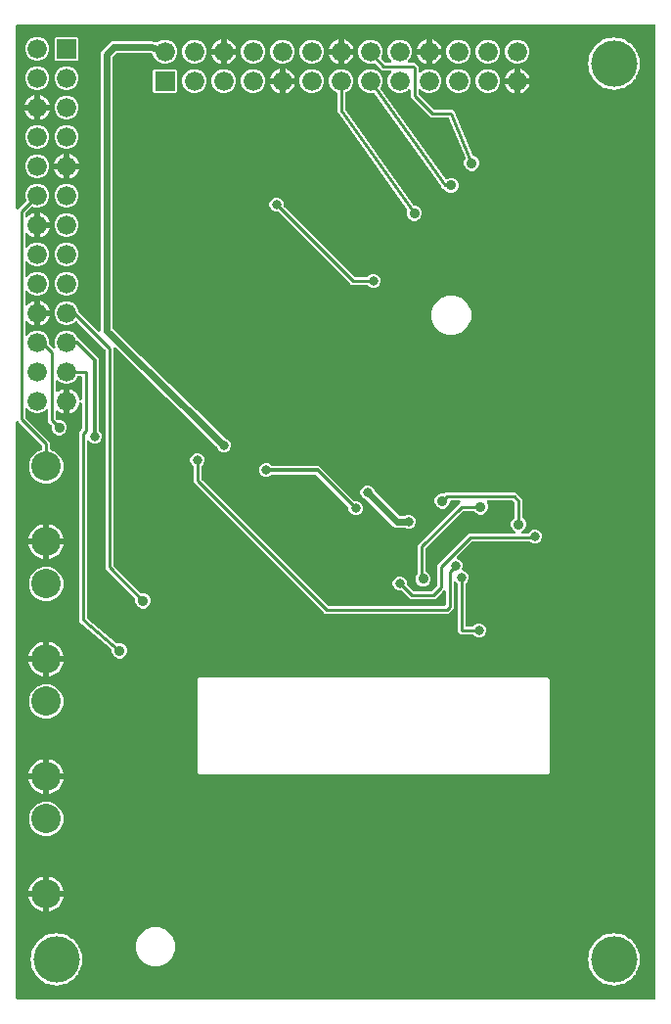
<source format=gbr>
G04 EAGLE Gerber RS-274X export*
G75*
%MOMM*%
%FSLAX34Y34*%
%LPD*%
%INBottom Copper*%
%IPPOS*%
%AMOC8*
5,1,8,0,0,1.08239X$1,22.5*%
G01*
%ADD10R,1.676400X1.676400*%
%ADD11C,1.676400*%
%ADD12C,4.000000*%
%ADD13C,2.540000*%
%ADD14C,0.800100*%
%ADD15C,0.304800*%
%ADD16C,0.609600*%
%ADD17C,0.254000*%
%ADD18C,0.906400*%

G36*
X555673Y3191D02*
X555673Y3191D01*
X555792Y3198D01*
X555830Y3211D01*
X555871Y3216D01*
X555981Y3259D01*
X556094Y3296D01*
X556129Y3318D01*
X556166Y3333D01*
X556262Y3402D01*
X556363Y3466D01*
X556391Y3496D01*
X556424Y3519D01*
X556500Y3611D01*
X556581Y3698D01*
X556601Y3733D01*
X556626Y3764D01*
X556677Y3872D01*
X556735Y3976D01*
X556745Y4016D01*
X556762Y4052D01*
X556784Y4169D01*
X556814Y4284D01*
X556818Y4344D01*
X556822Y4364D01*
X556820Y4385D01*
X556824Y4445D01*
X556824Y845555D01*
X556809Y845673D01*
X556802Y845792D01*
X556789Y845830D01*
X556784Y845871D01*
X556741Y845981D01*
X556704Y846094D01*
X556682Y846129D01*
X556667Y846166D01*
X556598Y846262D01*
X556534Y846363D01*
X556504Y846391D01*
X556481Y846424D01*
X556389Y846500D01*
X556302Y846581D01*
X556267Y846601D01*
X556236Y846626D01*
X556128Y846677D01*
X556024Y846735D01*
X555984Y846745D01*
X555948Y846762D01*
X555831Y846784D01*
X555716Y846814D01*
X555656Y846818D01*
X555636Y846822D01*
X555615Y846820D01*
X555555Y846824D01*
X4445Y846824D01*
X4327Y846809D01*
X4208Y846802D01*
X4170Y846789D01*
X4129Y846784D01*
X4019Y846741D01*
X3906Y846704D01*
X3871Y846682D01*
X3834Y846667D01*
X3738Y846598D01*
X3637Y846534D01*
X3609Y846504D01*
X3576Y846481D01*
X3500Y846389D01*
X3419Y846302D01*
X3399Y846267D01*
X3374Y846236D01*
X3323Y846128D01*
X3265Y846024D01*
X3255Y845984D01*
X3238Y845948D01*
X3216Y845831D01*
X3186Y845716D01*
X3182Y845656D01*
X3178Y845636D01*
X3180Y845615D01*
X3176Y845555D01*
X3176Y687891D01*
X3193Y687753D01*
X3206Y687614D01*
X3213Y687595D01*
X3216Y687575D01*
X3267Y687446D01*
X3314Y687315D01*
X3325Y687298D01*
X3333Y687280D01*
X3414Y687167D01*
X3492Y687052D01*
X3508Y687039D01*
X3519Y687022D01*
X3627Y686933D01*
X3731Y686841D01*
X3749Y686832D01*
X3764Y686819D01*
X3890Y686760D01*
X4014Y686697D01*
X4034Y686692D01*
X4052Y686684D01*
X4188Y686658D01*
X4324Y686627D01*
X4345Y686628D01*
X4364Y686624D01*
X4503Y686633D01*
X4642Y686637D01*
X4662Y686643D01*
X4682Y686644D01*
X4814Y686687D01*
X4948Y686725D01*
X4965Y686736D01*
X4984Y686742D01*
X5102Y686816D01*
X5222Y686887D01*
X5243Y686905D01*
X5253Y686912D01*
X5267Y686927D01*
X5342Y686993D01*
X11581Y693232D01*
X11599Y693255D01*
X11622Y693274D01*
X11696Y693380D01*
X11776Y693483D01*
X11788Y693510D01*
X11805Y693534D01*
X11851Y693656D01*
X11902Y693775D01*
X11907Y693804D01*
X11918Y693832D01*
X11932Y693961D01*
X11952Y694089D01*
X11950Y694119D01*
X11953Y694148D01*
X11935Y694276D01*
X11923Y694406D01*
X11913Y694434D01*
X11908Y694463D01*
X11856Y694615D01*
X11105Y696428D01*
X11105Y700572D01*
X12691Y704399D01*
X15621Y707329D01*
X19448Y708915D01*
X23592Y708915D01*
X27419Y707329D01*
X30349Y704399D01*
X31935Y700572D01*
X31935Y696428D01*
X30349Y692601D01*
X27419Y689671D01*
X23592Y688085D01*
X19448Y688085D01*
X17635Y688836D01*
X17607Y688844D01*
X17580Y688858D01*
X17454Y688886D01*
X17328Y688920D01*
X17299Y688921D01*
X17270Y688927D01*
X17140Y688923D01*
X17010Y688925D01*
X16982Y688918D01*
X16952Y688918D01*
X16828Y688881D01*
X16701Y688851D01*
X16675Y688837D01*
X16647Y688829D01*
X16535Y688763D01*
X16420Y688702D01*
X16398Y688683D01*
X16373Y688668D01*
X16252Y688561D01*
X11294Y683604D01*
X11234Y683525D01*
X11166Y683453D01*
X11137Y683400D01*
X11100Y683352D01*
X11060Y683261D01*
X11012Y683175D01*
X10997Y683116D01*
X10973Y683061D01*
X10958Y682963D01*
X10933Y682867D01*
X10927Y682767D01*
X10923Y682746D01*
X10925Y682734D01*
X10923Y682706D01*
X10923Y681003D01*
X10933Y680924D01*
X10933Y680844D01*
X10953Y680767D01*
X10963Y680688D01*
X10992Y680614D01*
X11012Y680536D01*
X11050Y680466D01*
X11080Y680392D01*
X11126Y680327D01*
X11165Y680258D01*
X11220Y680199D01*
X11266Y680135D01*
X11328Y680084D01*
X11383Y680026D01*
X11450Y679983D01*
X11511Y679932D01*
X11584Y679898D01*
X11651Y679855D01*
X11727Y679830D01*
X11799Y679796D01*
X11878Y679781D01*
X11953Y679757D01*
X12033Y679752D01*
X12111Y679737D01*
X12191Y679742D01*
X12271Y679736D01*
X12349Y679751D01*
X12429Y679756D01*
X12505Y679781D01*
X12583Y679796D01*
X12656Y679830D01*
X12731Y679854D01*
X12799Y679897D01*
X12871Y679931D01*
X12933Y679982D01*
X13000Y680025D01*
X13055Y680083D01*
X13116Y680134D01*
X13164Y680191D01*
X14404Y681431D01*
X15795Y682442D01*
X17327Y683223D01*
X18962Y683754D01*
X19021Y683763D01*
X19021Y674330D01*
X19036Y674212D01*
X19043Y674093D01*
X19055Y674055D01*
X19061Y674015D01*
X19104Y673904D01*
X19141Y673791D01*
X19163Y673757D01*
X19178Y673719D01*
X19247Y673623D01*
X19311Y673522D01*
X19341Y673494D01*
X19364Y673462D01*
X19456Y673386D01*
X19543Y673304D01*
X19578Y673285D01*
X19609Y673259D01*
X19717Y673208D01*
X19821Y673151D01*
X19861Y673141D01*
X19897Y673123D01*
X20004Y673103D01*
X19974Y673099D01*
X19864Y673055D01*
X19751Y673019D01*
X19716Y672997D01*
X19679Y672982D01*
X19582Y672912D01*
X19482Y672849D01*
X19454Y672819D01*
X19421Y672795D01*
X19345Y672704D01*
X19264Y672617D01*
X19244Y672582D01*
X19219Y672550D01*
X19168Y672443D01*
X19110Y672338D01*
X19100Y672299D01*
X19083Y672263D01*
X19061Y672146D01*
X19031Y672030D01*
X19027Y671970D01*
X19023Y671950D01*
X19025Y671930D01*
X19021Y671870D01*
X19021Y662437D01*
X18962Y662446D01*
X17327Y662977D01*
X15795Y663758D01*
X14404Y664769D01*
X13144Y666029D01*
X13118Y666065D01*
X13056Y666116D01*
X13001Y666174D01*
X12934Y666217D01*
X12873Y666268D01*
X12800Y666302D01*
X12733Y666345D01*
X12657Y666370D01*
X12585Y666404D01*
X12507Y666419D01*
X12431Y666443D01*
X12351Y666448D01*
X12272Y666463D01*
X12193Y666458D01*
X12113Y666464D01*
X12035Y666449D01*
X11955Y666444D01*
X11879Y666419D01*
X11801Y666404D01*
X11728Y666370D01*
X11653Y666346D01*
X11585Y666303D01*
X11513Y666269D01*
X11451Y666218D01*
X11384Y666175D01*
X11329Y666117D01*
X11268Y666067D01*
X11221Y666002D01*
X11166Y665944D01*
X11127Y665874D01*
X11080Y665809D01*
X11051Y665735D01*
X11012Y665665D01*
X10992Y665588D01*
X10963Y665514D01*
X10953Y665435D01*
X10933Y665357D01*
X10923Y665200D01*
X10923Y665198D01*
X10923Y665197D01*
X10923Y654896D01*
X10940Y654758D01*
X10953Y654619D01*
X10960Y654600D01*
X10963Y654580D01*
X11014Y654451D01*
X11061Y654320D01*
X11072Y654303D01*
X11080Y654284D01*
X11161Y654172D01*
X11239Y654057D01*
X11255Y654043D01*
X11266Y654027D01*
X11374Y653938D01*
X11478Y653846D01*
X11496Y653837D01*
X11511Y653824D01*
X11637Y653765D01*
X11761Y653702D01*
X11781Y653697D01*
X11799Y653689D01*
X11935Y653663D01*
X12071Y653632D01*
X12092Y653633D01*
X12111Y653629D01*
X12250Y653638D01*
X12389Y653642D01*
X12409Y653647D01*
X12429Y653649D01*
X12561Y653691D01*
X12695Y653730D01*
X12712Y653740D01*
X12731Y653747D01*
X12849Y653821D01*
X12969Y653892D01*
X12990Y653910D01*
X13000Y653917D01*
X13014Y653932D01*
X13089Y653998D01*
X15621Y656529D01*
X19448Y658115D01*
X23592Y658115D01*
X27419Y656529D01*
X30349Y653599D01*
X31935Y649772D01*
X31935Y645628D01*
X30349Y641801D01*
X27419Y638871D01*
X23592Y637285D01*
X19448Y637285D01*
X15621Y638871D01*
X13089Y641402D01*
X12980Y641487D01*
X12873Y641576D01*
X12854Y641584D01*
X12838Y641597D01*
X12710Y641652D01*
X12585Y641711D01*
X12565Y641715D01*
X12546Y641723D01*
X12408Y641745D01*
X12272Y641771D01*
X12252Y641770D01*
X12232Y641773D01*
X12093Y641760D01*
X11955Y641751D01*
X11936Y641745D01*
X11916Y641743D01*
X11784Y641696D01*
X11653Y641653D01*
X11635Y641642D01*
X11616Y641636D01*
X11501Y641558D01*
X11384Y641483D01*
X11370Y641468D01*
X11353Y641457D01*
X11261Y641353D01*
X11166Y641252D01*
X11156Y641234D01*
X11143Y641219D01*
X11079Y641094D01*
X11012Y640973D01*
X11007Y640953D01*
X10998Y640935D01*
X10968Y640800D01*
X10933Y640665D01*
X10931Y640637D01*
X10928Y640625D01*
X10929Y640605D01*
X10923Y640504D01*
X10923Y629496D01*
X10940Y629358D01*
X10953Y629219D01*
X10960Y629200D01*
X10963Y629180D01*
X11014Y629051D01*
X11061Y628920D01*
X11072Y628903D01*
X11080Y628884D01*
X11161Y628772D01*
X11239Y628657D01*
X11255Y628643D01*
X11266Y628627D01*
X11374Y628538D01*
X11478Y628446D01*
X11496Y628437D01*
X11511Y628424D01*
X11637Y628365D01*
X11761Y628302D01*
X11781Y628297D01*
X11799Y628289D01*
X11935Y628263D01*
X12071Y628232D01*
X12092Y628233D01*
X12111Y628229D01*
X12250Y628238D01*
X12389Y628242D01*
X12409Y628247D01*
X12429Y628249D01*
X12561Y628291D01*
X12695Y628330D01*
X12712Y628340D01*
X12731Y628347D01*
X12849Y628421D01*
X12969Y628492D01*
X12990Y628510D01*
X13000Y628517D01*
X13014Y628532D01*
X13089Y628598D01*
X15621Y631129D01*
X19448Y632715D01*
X23592Y632715D01*
X27419Y631129D01*
X30349Y628199D01*
X31935Y624372D01*
X31935Y620228D01*
X30349Y616401D01*
X27419Y613471D01*
X23592Y611885D01*
X19448Y611885D01*
X15621Y613471D01*
X13089Y616002D01*
X12980Y616087D01*
X12873Y616176D01*
X12854Y616184D01*
X12838Y616197D01*
X12710Y616252D01*
X12585Y616311D01*
X12565Y616315D01*
X12546Y616323D01*
X12408Y616345D01*
X12272Y616371D01*
X12252Y616370D01*
X12232Y616373D01*
X12093Y616360D01*
X11955Y616351D01*
X11936Y616345D01*
X11916Y616343D01*
X11784Y616296D01*
X11653Y616253D01*
X11635Y616242D01*
X11616Y616236D01*
X11501Y616158D01*
X11384Y616083D01*
X11370Y616068D01*
X11353Y616057D01*
X11261Y615953D01*
X11166Y615852D01*
X11156Y615834D01*
X11143Y615819D01*
X11079Y615694D01*
X11012Y615573D01*
X11007Y615553D01*
X10998Y615535D01*
X10968Y615400D01*
X10933Y615265D01*
X10931Y615237D01*
X10928Y615225D01*
X10929Y615205D01*
X10923Y615104D01*
X10923Y604803D01*
X10933Y604724D01*
X10933Y604644D01*
X10953Y604567D01*
X10963Y604488D01*
X10992Y604413D01*
X11012Y604336D01*
X11050Y604266D01*
X11080Y604192D01*
X11127Y604127D01*
X11165Y604057D01*
X11220Y603999D01*
X11266Y603935D01*
X11328Y603884D01*
X11383Y603825D01*
X11450Y603783D01*
X11511Y603732D01*
X11584Y603698D01*
X11651Y603655D01*
X11727Y603630D01*
X11799Y603596D01*
X11878Y603581D01*
X11954Y603557D01*
X12033Y603552D01*
X12111Y603537D01*
X12191Y603542D01*
X12271Y603536D01*
X12350Y603551D01*
X12429Y603556D01*
X12505Y603581D01*
X12584Y603596D01*
X12656Y603630D01*
X12731Y603654D01*
X12799Y603697D01*
X12872Y603731D01*
X12933Y603782D01*
X13000Y603825D01*
X13055Y603883D01*
X13117Y603934D01*
X13164Y603991D01*
X14404Y605231D01*
X15795Y606242D01*
X17327Y607023D01*
X18962Y607554D01*
X19021Y607563D01*
X19021Y598130D01*
X19036Y598012D01*
X19043Y597893D01*
X19055Y597855D01*
X19061Y597815D01*
X19104Y597704D01*
X19141Y597591D01*
X19163Y597557D01*
X19178Y597519D01*
X19247Y597423D01*
X19311Y597322D01*
X19341Y597294D01*
X19364Y597262D01*
X19456Y597186D01*
X19543Y597104D01*
X19578Y597085D01*
X19609Y597059D01*
X19717Y597008D01*
X19821Y596951D01*
X19861Y596941D01*
X19897Y596923D01*
X20004Y596903D01*
X19974Y596899D01*
X19864Y596855D01*
X19751Y596819D01*
X19716Y596797D01*
X19679Y596782D01*
X19582Y596712D01*
X19482Y596649D01*
X19454Y596619D01*
X19421Y596595D01*
X19345Y596504D01*
X19264Y596417D01*
X19244Y596382D01*
X19219Y596350D01*
X19168Y596243D01*
X19110Y596138D01*
X19100Y596099D01*
X19083Y596063D01*
X19061Y595946D01*
X19031Y595830D01*
X19027Y595770D01*
X19023Y595750D01*
X19025Y595730D01*
X19021Y595670D01*
X19021Y586237D01*
X18962Y586246D01*
X17327Y586777D01*
X15795Y587558D01*
X14404Y588569D01*
X13144Y589829D01*
X13118Y589865D01*
X13056Y589916D01*
X13002Y589974D01*
X12934Y590017D01*
X12873Y590068D01*
X12800Y590102D01*
X12733Y590145D01*
X12657Y590170D01*
X12585Y590204D01*
X12507Y590219D01*
X12431Y590243D01*
X12351Y590248D01*
X12272Y590263D01*
X12193Y590258D01*
X12114Y590264D01*
X12035Y590249D01*
X11955Y590244D01*
X11879Y590219D01*
X11801Y590204D01*
X11729Y590170D01*
X11653Y590146D01*
X11585Y590103D01*
X11513Y590069D01*
X11452Y590018D01*
X11384Y589975D01*
X11329Y589918D01*
X11268Y589867D01*
X11221Y589802D01*
X11166Y589744D01*
X11128Y589674D01*
X11081Y589610D01*
X11051Y589535D01*
X11012Y589465D01*
X10993Y589388D01*
X10963Y589314D01*
X10953Y589235D01*
X10933Y589157D01*
X10923Y589001D01*
X10923Y588999D01*
X10923Y588998D01*
X10923Y588997D01*
X10923Y578696D01*
X10940Y578558D01*
X10953Y578419D01*
X10960Y578400D01*
X10963Y578380D01*
X11014Y578251D01*
X11061Y578120D01*
X11072Y578103D01*
X11080Y578084D01*
X11161Y577972D01*
X11239Y577857D01*
X11255Y577843D01*
X11266Y577827D01*
X11374Y577738D01*
X11478Y577646D01*
X11496Y577637D01*
X11511Y577624D01*
X11637Y577565D01*
X11761Y577502D01*
X11781Y577497D01*
X11799Y577489D01*
X11935Y577463D01*
X12071Y577432D01*
X12092Y577433D01*
X12111Y577429D01*
X12250Y577438D01*
X12389Y577442D01*
X12409Y577447D01*
X12429Y577449D01*
X12561Y577491D01*
X12695Y577530D01*
X12712Y577540D01*
X12731Y577547D01*
X12849Y577621D01*
X12969Y577692D01*
X12990Y577710D01*
X13000Y577717D01*
X13014Y577732D01*
X13089Y577798D01*
X15621Y580329D01*
X19448Y581915D01*
X23592Y581915D01*
X27419Y580329D01*
X30349Y577399D01*
X31935Y573572D01*
X31935Y570162D01*
X31947Y570064D01*
X31950Y569965D01*
X31967Y569906D01*
X31975Y569846D01*
X32011Y569754D01*
X32039Y569659D01*
X32069Y569607D01*
X32092Y569551D01*
X32150Y569471D01*
X32200Y569385D01*
X32266Y569310D01*
X32278Y569293D01*
X32288Y569285D01*
X32306Y569264D01*
X35078Y566492D01*
X35133Y566450D01*
X35182Y566400D01*
X35259Y566353D01*
X35330Y566298D01*
X35394Y566270D01*
X35453Y566233D01*
X35539Y566207D01*
X35621Y566171D01*
X35690Y566160D01*
X35757Y566140D01*
X35847Y566135D01*
X35936Y566121D01*
X36005Y566128D01*
X36075Y566125D01*
X36162Y566143D01*
X36252Y566151D01*
X36318Y566175D01*
X36386Y566189D01*
X36467Y566228D01*
X36551Y566259D01*
X36609Y566298D01*
X36672Y566329D01*
X36740Y566387D01*
X36815Y566437D01*
X36861Y566490D01*
X36914Y566535D01*
X36966Y566608D01*
X37025Y566676D01*
X37057Y566738D01*
X37097Y566795D01*
X37129Y566879D01*
X37170Y566959D01*
X37185Y567027D01*
X37210Y567092D01*
X37220Y567182D01*
X37239Y567269D01*
X37237Y567339D01*
X37245Y567408D01*
X37232Y567497D01*
X37230Y567587D01*
X37210Y567654D01*
X37200Y567723D01*
X37148Y567876D01*
X36505Y569428D01*
X36505Y573572D01*
X38091Y577399D01*
X41021Y580329D01*
X44848Y581915D01*
X48992Y581915D01*
X52819Y580329D01*
X55749Y577399D01*
X56395Y575840D01*
X56410Y575815D01*
X56419Y575787D01*
X56488Y575677D01*
X56553Y575564D01*
X56573Y575543D01*
X56589Y575518D01*
X56684Y575429D01*
X56774Y575336D01*
X56799Y575320D01*
X56821Y575300D01*
X56934Y575237D01*
X57045Y575169D01*
X57073Y575161D01*
X57099Y575146D01*
X57225Y575114D01*
X57328Y575082D01*
X74677Y557733D01*
X74677Y495721D01*
X74689Y495623D01*
X74692Y495524D01*
X74709Y495466D01*
X74717Y495406D01*
X74753Y495314D01*
X74781Y495219D01*
X74811Y495166D01*
X74834Y495110D01*
X74892Y495030D01*
X74942Y494945D01*
X75008Y494869D01*
X75020Y494853D01*
X75030Y494845D01*
X75048Y494824D01*
X76235Y493638D01*
X77153Y491420D01*
X77153Y489020D01*
X76235Y486802D01*
X74538Y485105D01*
X72320Y484187D01*
X69920Y484187D01*
X67702Y485105D01*
X66429Y486378D01*
X66320Y486463D01*
X66213Y486552D01*
X66194Y486561D01*
X66178Y486573D01*
X66051Y486628D01*
X65925Y486688D01*
X65905Y486691D01*
X65886Y486700D01*
X65748Y486721D01*
X65612Y486747D01*
X65592Y486746D01*
X65572Y486749D01*
X65433Y486736D01*
X65295Y486728D01*
X65276Y486721D01*
X65256Y486720D01*
X65124Y486672D01*
X64993Y486630D01*
X64975Y486619D01*
X64956Y486612D01*
X64841Y486534D01*
X64724Y486460D01*
X64710Y486445D01*
X64693Y486433D01*
X64601Y486329D01*
X64506Y486228D01*
X64496Y486210D01*
X64483Y486195D01*
X64419Y486071D01*
X64352Y485949D01*
X64347Y485930D01*
X64338Y485912D01*
X64308Y485776D01*
X64273Y485641D01*
X64271Y485613D01*
X64268Y485601D01*
X64269Y485581D01*
X64263Y485481D01*
X64263Y333600D01*
X64282Y333449D01*
X64300Y333295D01*
X64302Y333290D01*
X64303Y333285D01*
X64360Y333141D01*
X64414Y332999D01*
X64418Y332994D01*
X64420Y332989D01*
X64510Y332865D01*
X64599Y332740D01*
X64604Y332735D01*
X64606Y332732D01*
X64613Y332726D01*
X64716Y332629D01*
X89894Y311479D01*
X90006Y311407D01*
X90115Y311330D01*
X90139Y311321D01*
X90161Y311307D01*
X90288Y311264D01*
X90412Y311217D01*
X90438Y311214D01*
X90462Y311206D01*
X90596Y311197D01*
X90728Y311182D01*
X90754Y311185D01*
X90780Y311184D01*
X90911Y311208D01*
X91043Y311226D01*
X91078Y311238D01*
X91093Y311241D01*
X91112Y311250D01*
X91196Y311278D01*
X91404Y311365D01*
X94016Y311365D01*
X96429Y310365D01*
X98275Y308519D01*
X99275Y306106D01*
X99275Y303494D01*
X98275Y301081D01*
X96429Y299235D01*
X94016Y298235D01*
X91404Y298235D01*
X88991Y299235D01*
X87145Y301081D01*
X86145Y303494D01*
X86145Y305410D01*
X86126Y305562D01*
X86108Y305715D01*
X86106Y305720D01*
X86105Y305725D01*
X86048Y305869D01*
X85994Y306011D01*
X85990Y306016D01*
X85988Y306021D01*
X85898Y306145D01*
X85809Y306270D01*
X85804Y306275D01*
X85802Y306278D01*
X85795Y306284D01*
X85692Y306381D01*
X60111Y327870D01*
X60074Y327894D01*
X60042Y327924D01*
X59941Y327980D01*
X59844Y328042D01*
X59802Y328056D01*
X59763Y328078D01*
X59653Y328106D01*
X58765Y328994D01*
X58748Y329008D01*
X58684Y329069D01*
X57730Y329870D01*
X57727Y329875D01*
X57715Y329918D01*
X57657Y330015D01*
X57657Y331272D01*
X57655Y331293D01*
X57652Y331382D01*
X57545Y332623D01*
X57546Y332628D01*
X57568Y332667D01*
X57596Y332779D01*
X57633Y332888D01*
X57636Y332932D01*
X57647Y332975D01*
X57657Y333135D01*
X57657Y494128D01*
X59826Y496296D01*
X59886Y496375D01*
X59954Y496447D01*
X59983Y496500D01*
X60020Y496548D01*
X60060Y496639D01*
X60108Y496725D01*
X60123Y496784D01*
X60147Y496839D01*
X60162Y496937D01*
X60187Y497033D01*
X60193Y497133D01*
X60197Y497154D01*
X60195Y497166D01*
X60197Y497194D01*
X60197Y518579D01*
X60190Y518639D01*
X60192Y518698D01*
X60170Y518796D01*
X60157Y518895D01*
X60135Y518950D01*
X60122Y519009D01*
X60077Y519098D01*
X60040Y519190D01*
X60005Y519239D01*
X59978Y519292D01*
X59912Y519367D01*
X59854Y519448D01*
X59807Y519486D01*
X59768Y519531D01*
X59685Y519587D01*
X59609Y519651D01*
X59554Y519676D01*
X59505Y519710D01*
X59411Y519744D01*
X59321Y519786D01*
X59262Y519797D01*
X59206Y519818D01*
X59106Y519827D01*
X59009Y519846D01*
X58949Y519842D01*
X58889Y519848D01*
X58790Y519832D01*
X58691Y519826D01*
X58634Y519808D01*
X58575Y519798D01*
X58483Y519759D01*
X58389Y519728D01*
X58338Y519696D01*
X58283Y519672D01*
X58204Y519611D01*
X58120Y519558D01*
X58079Y519514D01*
X58031Y519478D01*
X57970Y519399D01*
X57902Y519326D01*
X57873Y519274D01*
X57836Y519226D01*
X57797Y519135D01*
X57748Y519048D01*
X57733Y518990D01*
X57710Y518935D01*
X57674Y518778D01*
X57574Y518142D01*
X57043Y516507D01*
X56262Y514975D01*
X55251Y513584D01*
X54036Y512369D01*
X52645Y511358D01*
X51113Y510577D01*
X49478Y510046D01*
X49419Y510037D01*
X49419Y519470D01*
X49404Y519588D01*
X49397Y519707D01*
X49384Y519745D01*
X49379Y519785D01*
X49336Y519896D01*
X49299Y520009D01*
X49277Y520043D01*
X49262Y520081D01*
X49193Y520177D01*
X49129Y520278D01*
X49099Y520306D01*
X49076Y520338D01*
X48984Y520414D01*
X48897Y520496D01*
X48862Y520515D01*
X48831Y520541D01*
X48723Y520592D01*
X48619Y520649D01*
X48579Y520659D01*
X48543Y520677D01*
X48436Y520697D01*
X48466Y520701D01*
X48576Y520745D01*
X48689Y520781D01*
X48724Y520803D01*
X48761Y520818D01*
X48857Y520888D01*
X48958Y520951D01*
X48986Y520981D01*
X49019Y521005D01*
X49095Y521096D01*
X49176Y521183D01*
X49196Y521218D01*
X49221Y521250D01*
X49272Y521357D01*
X49330Y521462D01*
X49340Y521501D01*
X49357Y521537D01*
X49379Y521654D01*
X49409Y521770D01*
X49413Y521830D01*
X49417Y521850D01*
X49415Y521870D01*
X49419Y521930D01*
X49419Y531363D01*
X49478Y531354D01*
X51113Y530823D01*
X52645Y530042D01*
X54036Y529031D01*
X55251Y527816D01*
X56262Y526425D01*
X57043Y524893D01*
X57574Y523258D01*
X57674Y522622D01*
X57691Y522565D01*
X57699Y522505D01*
X57735Y522413D01*
X57763Y522317D01*
X57794Y522265D01*
X57816Y522210D01*
X57874Y522129D01*
X57925Y522043D01*
X57967Y522001D01*
X58002Y521952D01*
X58079Y521889D01*
X58150Y521818D01*
X58201Y521788D01*
X58247Y521749D01*
X58338Y521707D01*
X58423Y521656D01*
X58481Y521639D01*
X58535Y521614D01*
X58633Y521595D01*
X58729Y521567D01*
X58789Y521565D01*
X58848Y521554D01*
X58947Y521560D01*
X59047Y521557D01*
X59105Y521570D01*
X59165Y521574D01*
X59260Y521605D01*
X59357Y521626D01*
X59411Y521653D01*
X59467Y521672D01*
X59552Y521725D01*
X59641Y521770D01*
X59686Y521810D01*
X59736Y521842D01*
X59804Y521915D01*
X59879Y521981D01*
X59913Y522030D01*
X59954Y522074D01*
X60002Y522161D01*
X60058Y522243D01*
X60079Y522300D01*
X60108Y522352D01*
X60132Y522449D01*
X60166Y522542D01*
X60172Y522602D01*
X60187Y522660D01*
X60197Y522821D01*
X60197Y541528D01*
X60182Y541646D01*
X60175Y541765D01*
X60162Y541803D01*
X60157Y541844D01*
X60114Y541954D01*
X60077Y542067D01*
X60055Y542102D01*
X60040Y542139D01*
X59971Y542235D01*
X59907Y542336D01*
X59877Y542364D01*
X59854Y542397D01*
X59762Y542473D01*
X59675Y542554D01*
X59640Y542574D01*
X59609Y542599D01*
X59501Y542650D01*
X59397Y542708D01*
X59357Y542718D01*
X59321Y542735D01*
X59204Y542757D01*
X59089Y542787D01*
X59029Y542791D01*
X59009Y542795D01*
X58988Y542793D01*
X58928Y542797D01*
X57673Y542797D01*
X57644Y542794D01*
X57614Y542796D01*
X57486Y542774D01*
X57357Y542757D01*
X57330Y542747D01*
X57301Y542742D01*
X57182Y542688D01*
X57062Y542640D01*
X57038Y542623D01*
X57011Y542611D01*
X56909Y542530D01*
X56804Y542454D01*
X56785Y542431D01*
X56762Y542412D01*
X56684Y542309D01*
X56601Y542209D01*
X56589Y542182D01*
X56571Y542158D01*
X56500Y542014D01*
X55749Y540201D01*
X52819Y537271D01*
X48992Y535685D01*
X44848Y535685D01*
X41021Y537271D01*
X39759Y538532D01*
X39650Y538617D01*
X39543Y538706D01*
X39524Y538714D01*
X39508Y538727D01*
X39381Y538782D01*
X39255Y538841D01*
X39235Y538845D01*
X39216Y538853D01*
X39078Y538875D01*
X38942Y538901D01*
X38922Y538900D01*
X38902Y538903D01*
X38763Y538890D01*
X38625Y538881D01*
X38606Y538875D01*
X38586Y538873D01*
X38454Y538826D01*
X38323Y538783D01*
X38305Y538772D01*
X38286Y538766D01*
X38171Y538688D01*
X38054Y538613D01*
X38040Y538598D01*
X38023Y538587D01*
X37931Y538483D01*
X37836Y538382D01*
X37826Y538364D01*
X37813Y538349D01*
X37749Y538224D01*
X37682Y538103D01*
X37677Y538083D01*
X37668Y538065D01*
X37638Y537930D01*
X37603Y537795D01*
X37601Y537767D01*
X37598Y537755D01*
X37599Y537735D01*
X37593Y537634D01*
X37593Y529884D01*
X37610Y529746D01*
X37612Y529727D01*
X37615Y529678D01*
X37617Y529671D01*
X37623Y529607D01*
X37630Y529589D01*
X37633Y529568D01*
X37684Y529439D01*
X37731Y529308D01*
X37742Y529292D01*
X37750Y529273D01*
X37831Y529160D01*
X37909Y529045D01*
X37925Y529032D01*
X37936Y529015D01*
X38044Y528927D01*
X38148Y528835D01*
X38166Y528826D01*
X38181Y528813D01*
X38307Y528753D01*
X38431Y528690D01*
X38451Y528686D01*
X38469Y528677D01*
X38605Y528651D01*
X38742Y528620D01*
X38762Y528621D01*
X38781Y528617D01*
X38920Y528626D01*
X39059Y528630D01*
X39079Y528636D01*
X39099Y528637D01*
X39231Y528680D01*
X39365Y528719D01*
X39382Y528729D01*
X39401Y528735D01*
X39519Y528810D01*
X39639Y528880D01*
X39660Y528899D01*
X39670Y528905D01*
X39684Y528920D01*
X39760Y528987D01*
X39804Y529032D01*
X41195Y530042D01*
X42727Y530823D01*
X44362Y531354D01*
X44421Y531363D01*
X44421Y521930D01*
X44436Y521812D01*
X44443Y521693D01*
X44455Y521655D01*
X44461Y521615D01*
X44504Y521504D01*
X44541Y521391D01*
X44563Y521357D01*
X44578Y521319D01*
X44647Y521223D01*
X44711Y521122D01*
X44741Y521094D01*
X44764Y521062D01*
X44856Y520986D01*
X44943Y520904D01*
X44978Y520885D01*
X45009Y520859D01*
X45117Y520808D01*
X45221Y520751D01*
X45261Y520741D01*
X45297Y520723D01*
X45404Y520703D01*
X45374Y520699D01*
X45264Y520655D01*
X45151Y520619D01*
X45116Y520597D01*
X45079Y520582D01*
X44982Y520512D01*
X44882Y520449D01*
X44854Y520419D01*
X44821Y520395D01*
X44745Y520304D01*
X44664Y520217D01*
X44644Y520182D01*
X44619Y520150D01*
X44568Y520043D01*
X44510Y519938D01*
X44500Y519899D01*
X44483Y519863D01*
X44461Y519746D01*
X44431Y519630D01*
X44427Y519570D01*
X44423Y519550D01*
X44425Y519530D01*
X44421Y519470D01*
X44421Y510037D01*
X44362Y510046D01*
X42727Y510577D01*
X41195Y511358D01*
X39804Y512368D01*
X39760Y512413D01*
X39650Y512499D01*
X39543Y512587D01*
X39524Y512596D01*
X39508Y512608D01*
X39380Y512664D01*
X39255Y512723D01*
X39235Y512727D01*
X39217Y512735D01*
X39079Y512757D01*
X38942Y512783D01*
X38922Y512781D01*
X38902Y512785D01*
X38764Y512772D01*
X38625Y512763D01*
X38606Y512757D01*
X38586Y512755D01*
X38455Y512708D01*
X38323Y512665D01*
X38305Y512654D01*
X38287Y512647D01*
X38172Y512569D01*
X38054Y512495D01*
X38040Y512480D01*
X38023Y512469D01*
X37931Y512365D01*
X37836Y512263D01*
X37826Y512245D01*
X37813Y512230D01*
X37749Y512106D01*
X37682Y511985D01*
X37677Y511965D01*
X37668Y511947D01*
X37638Y511811D01*
X37603Y511677D01*
X37601Y511649D01*
X37598Y511637D01*
X37599Y511616D01*
X37593Y511516D01*
X37593Y506084D01*
X37605Y505986D01*
X37608Y505887D01*
X37625Y505828D01*
X37633Y505768D01*
X37669Y505676D01*
X37697Y505581D01*
X37727Y505529D01*
X37750Y505473D01*
X37808Y505393D01*
X37858Y505307D01*
X37924Y505232D01*
X37936Y505215D01*
X37946Y505207D01*
X37964Y505186D01*
X38374Y504776D01*
X38453Y504716D01*
X38525Y504648D01*
X38578Y504619D01*
X38626Y504582D01*
X38717Y504542D01*
X38803Y504494D01*
X38862Y504479D01*
X38917Y504455D01*
X39015Y504440D01*
X39111Y504415D01*
X39211Y504409D01*
X39232Y504405D01*
X39244Y504407D01*
X39272Y504405D01*
X41946Y504405D01*
X44359Y503405D01*
X46205Y501559D01*
X47205Y499146D01*
X47205Y496534D01*
X46205Y494121D01*
X44359Y492275D01*
X41946Y491275D01*
X39334Y491275D01*
X36921Y492275D01*
X35075Y494121D01*
X34075Y496534D01*
X34075Y499208D01*
X34063Y499306D01*
X34060Y499405D01*
X34043Y499464D01*
X34035Y499524D01*
X33999Y499616D01*
X33971Y499711D01*
X33941Y499763D01*
X33918Y499819D01*
X33860Y499899D01*
X33810Y499985D01*
X33744Y500060D01*
X33732Y500077D01*
X33722Y500085D01*
X33704Y500106D01*
X30987Y502822D01*
X30987Y512374D01*
X30970Y512512D01*
X30957Y512651D01*
X30950Y512670D01*
X30947Y512690D01*
X30896Y512819D01*
X30849Y512950D01*
X30838Y512967D01*
X30830Y512986D01*
X30749Y513098D01*
X30671Y513213D01*
X30655Y513227D01*
X30644Y513243D01*
X30536Y513332D01*
X30432Y513424D01*
X30414Y513433D01*
X30399Y513446D01*
X30273Y513505D01*
X30149Y513568D01*
X30129Y513573D01*
X30111Y513581D01*
X29974Y513607D01*
X29839Y513638D01*
X29818Y513637D01*
X29799Y513641D01*
X29660Y513632D01*
X29521Y513628D01*
X29501Y513623D01*
X29481Y513621D01*
X29349Y513579D01*
X29215Y513540D01*
X29198Y513530D01*
X29179Y513523D01*
X29061Y513449D01*
X28941Y513378D01*
X28920Y513360D01*
X28910Y513353D01*
X28896Y513338D01*
X28821Y513272D01*
X27419Y511871D01*
X23592Y510285D01*
X19448Y510285D01*
X15621Y511871D01*
X13089Y514402D01*
X12980Y514487D01*
X12873Y514576D01*
X12854Y514584D01*
X12838Y514597D01*
X12710Y514652D01*
X12585Y514711D01*
X12565Y514715D01*
X12546Y514723D01*
X12408Y514745D01*
X12272Y514771D01*
X12252Y514770D01*
X12232Y514773D01*
X12093Y514760D01*
X11955Y514751D01*
X11936Y514745D01*
X11916Y514743D01*
X11784Y514696D01*
X11653Y514653D01*
X11635Y514642D01*
X11616Y514636D01*
X11501Y514558D01*
X11384Y514483D01*
X11370Y514468D01*
X11353Y514457D01*
X11261Y514353D01*
X11166Y514252D01*
X11156Y514234D01*
X11143Y514219D01*
X11079Y514094D01*
X11012Y513973D01*
X11007Y513953D01*
X10998Y513935D01*
X10968Y513800D01*
X10933Y513665D01*
X10931Y513637D01*
X10928Y513625D01*
X10929Y513605D01*
X10923Y513504D01*
X10923Y507354D01*
X10935Y507256D01*
X10938Y507157D01*
X10955Y507098D01*
X10963Y507038D01*
X10999Y506946D01*
X11027Y506851D01*
X11057Y506799D01*
X11080Y506743D01*
X11138Y506663D01*
X11188Y506577D01*
X11254Y506502D01*
X11266Y506485D01*
X11276Y506477D01*
X11294Y506456D01*
X32513Y485238D01*
X32513Y479727D01*
X32516Y479697D01*
X32514Y479668D01*
X32536Y479540D01*
X32553Y479411D01*
X32563Y479384D01*
X32568Y479355D01*
X32622Y479236D01*
X32670Y479115D01*
X32687Y479092D01*
X32699Y479065D01*
X32780Y478963D01*
X32856Y478858D01*
X32879Y478839D01*
X32898Y478816D01*
X33001Y478738D01*
X33101Y478655D01*
X33128Y478643D01*
X33152Y478625D01*
X33296Y478554D01*
X37555Y476790D01*
X41700Y472645D01*
X43943Y467231D01*
X43943Y461369D01*
X41700Y455955D01*
X37555Y451810D01*
X32141Y449567D01*
X26279Y449567D01*
X20865Y451810D01*
X16720Y455955D01*
X14477Y461369D01*
X14477Y467231D01*
X16720Y472645D01*
X20865Y476790D01*
X25124Y478554D01*
X25149Y478569D01*
X25177Y478578D01*
X25287Y478647D01*
X25400Y478712D01*
X25421Y478732D01*
X25446Y478748D01*
X25535Y478842D01*
X25628Y478933D01*
X25644Y478958D01*
X25664Y478980D01*
X25727Y479093D01*
X25795Y479204D01*
X25803Y479232D01*
X25818Y479258D01*
X25850Y479384D01*
X25888Y479508D01*
X25890Y479537D01*
X25897Y479566D01*
X25907Y479727D01*
X25907Y481976D01*
X25895Y482074D01*
X25892Y482173D01*
X25875Y482232D01*
X25867Y482292D01*
X25831Y482384D01*
X25803Y482479D01*
X25773Y482531D01*
X25750Y482587D01*
X25692Y482667D01*
X25642Y482753D01*
X25576Y482828D01*
X25564Y482845D01*
X25554Y482853D01*
X25536Y482874D01*
X6624Y501786D01*
X5342Y503067D01*
X5233Y503152D01*
X5126Y503241D01*
X5107Y503249D01*
X5091Y503262D01*
X4964Y503317D01*
X4838Y503376D01*
X4818Y503380D01*
X4799Y503388D01*
X4661Y503410D01*
X4525Y503436D01*
X4505Y503435D01*
X4485Y503438D01*
X4346Y503425D01*
X4208Y503416D01*
X4189Y503410D01*
X4169Y503408D01*
X4037Y503361D01*
X3906Y503318D01*
X3888Y503307D01*
X3869Y503300D01*
X3754Y503222D01*
X3637Y503148D01*
X3623Y503133D01*
X3606Y503122D01*
X3514Y503018D01*
X3419Y502916D01*
X3409Y502899D01*
X3396Y502883D01*
X3332Y502759D01*
X3265Y502638D01*
X3260Y502618D01*
X3251Y502600D01*
X3221Y502464D01*
X3186Y502330D01*
X3184Y502302D01*
X3181Y502290D01*
X3182Y502269D01*
X3176Y502169D01*
X3176Y4445D01*
X3191Y4327D01*
X3198Y4208D01*
X3211Y4170D01*
X3216Y4129D01*
X3259Y4019D01*
X3296Y3906D01*
X3318Y3871D01*
X3333Y3834D01*
X3402Y3738D01*
X3466Y3637D01*
X3496Y3609D01*
X3519Y3576D01*
X3611Y3500D01*
X3698Y3419D01*
X3733Y3399D01*
X3764Y3374D01*
X3872Y3323D01*
X3976Y3265D01*
X4016Y3255D01*
X4052Y3238D01*
X4169Y3216D01*
X4284Y3186D01*
X4344Y3182D01*
X4364Y3178D01*
X4385Y3180D01*
X4445Y3176D01*
X555555Y3176D01*
X555673Y3191D01*
G37*
%LPC*%
G36*
X161508Y198119D02*
X161508Y198119D01*
X160019Y199608D01*
X160019Y280452D01*
X161508Y281941D01*
X463332Y281941D01*
X464821Y280452D01*
X464821Y199608D01*
X463332Y198119D01*
X161508Y198119D01*
G37*
%LPD*%
%LPC*%
G36*
X111724Y341415D02*
X111724Y341415D01*
X109311Y342415D01*
X107465Y344261D01*
X106465Y346674D01*
X106465Y349348D01*
X106453Y349446D01*
X106450Y349545D01*
X106433Y349604D01*
X106425Y349664D01*
X106389Y349756D01*
X106361Y349851D01*
X106331Y349903D01*
X106308Y349959D01*
X106250Y350039D01*
X106200Y350125D01*
X106134Y350200D01*
X106122Y350217D01*
X106112Y350225D01*
X106094Y350246D01*
X80517Y375822D01*
X80517Y564526D01*
X80505Y564624D01*
X80502Y564723D01*
X80485Y564782D01*
X80477Y564842D01*
X80441Y564934D01*
X80413Y565029D01*
X80383Y565081D01*
X80360Y565137D01*
X80302Y565217D01*
X80252Y565303D01*
X80186Y565378D01*
X80174Y565395D01*
X80164Y565403D01*
X80146Y565424D01*
X56056Y589513D01*
X55962Y589586D01*
X55873Y589665D01*
X55837Y589683D01*
X55805Y589708D01*
X55696Y589755D01*
X55590Y589809D01*
X55550Y589818D01*
X55513Y589834D01*
X55395Y589853D01*
X55280Y589879D01*
X55239Y589878D01*
X55199Y589884D01*
X55081Y589873D01*
X54962Y589869D01*
X54923Y589858D01*
X54883Y589854D01*
X54771Y589814D01*
X54656Y589781D01*
X54621Y589760D01*
X54583Y589747D01*
X54485Y589680D01*
X54382Y589619D01*
X54337Y589579D01*
X54320Y589568D01*
X54307Y589553D01*
X54261Y589513D01*
X52819Y588071D01*
X48992Y586485D01*
X44848Y586485D01*
X41021Y588071D01*
X38091Y591001D01*
X36505Y594828D01*
X36505Y598972D01*
X38091Y602799D01*
X41021Y605729D01*
X44848Y607315D01*
X48992Y607315D01*
X52819Y605729D01*
X55749Y602799D01*
X57335Y598972D01*
X57335Y598102D01*
X57347Y598004D01*
X57350Y597905D01*
X57367Y597846D01*
X57375Y597786D01*
X57411Y597694D01*
X57439Y597599D01*
X57469Y597547D01*
X57492Y597491D01*
X57550Y597411D01*
X57600Y597325D01*
X57666Y597250D01*
X57678Y597233D01*
X57688Y597225D01*
X57706Y597204D01*
X74031Y580880D01*
X74147Y580790D01*
X74261Y580698D01*
X74272Y580693D01*
X74282Y580685D01*
X74417Y580627D01*
X74551Y580566D01*
X74563Y580564D01*
X74574Y580559D01*
X74719Y580536D01*
X74864Y580510D01*
X74876Y580511D01*
X74888Y580509D01*
X75034Y580523D01*
X75181Y580534D01*
X75192Y580538D01*
X75204Y580539D01*
X75343Y580589D01*
X75482Y580636D01*
X75492Y580642D01*
X75504Y580647D01*
X75626Y580729D01*
X75749Y580809D01*
X75757Y580818D01*
X75767Y580825D01*
X75864Y580935D01*
X75963Y581044D01*
X75969Y581054D01*
X75977Y581064D01*
X76044Y581195D01*
X76113Y581324D01*
X76116Y581336D01*
X76122Y581347D01*
X76154Y581491D01*
X76189Y581633D01*
X76190Y581650D01*
X76192Y581657D01*
X76191Y581673D01*
X76197Y581794D01*
X76186Y582706D01*
X76189Y582718D01*
X76189Y582719D01*
X76189Y582721D01*
X76199Y582881D01*
X76199Y821431D01*
X76973Y823298D01*
X84752Y831077D01*
X86619Y831851D01*
X120425Y831851D01*
X120446Y831853D01*
X120515Y831854D01*
X121307Y831910D01*
X121400Y831892D01*
X121520Y831861D01*
X121572Y831858D01*
X121591Y831854D01*
X121612Y831855D01*
X121657Y831852D01*
X122386Y831550D01*
X122407Y831545D01*
X122470Y831519D01*
X124306Y830907D01*
X124447Y830879D01*
X124587Y830848D01*
X124602Y830848D01*
X124618Y830845D01*
X124761Y830853D01*
X124905Y830857D01*
X124920Y830862D01*
X124935Y830862D01*
X125072Y830906D01*
X125210Y830946D01*
X125224Y830954D01*
X125239Y830958D01*
X125360Y831034D01*
X125484Y831107D01*
X125500Y831121D01*
X125509Y831127D01*
X125521Y831140D01*
X125605Y831214D01*
X126181Y831789D01*
X130008Y833375D01*
X134152Y833375D01*
X137979Y831789D01*
X140909Y828859D01*
X142495Y825032D01*
X142495Y820888D01*
X140909Y817061D01*
X137979Y814131D01*
X134152Y812545D01*
X130008Y812545D01*
X126181Y814131D01*
X123251Y817061D01*
X121797Y820571D01*
X121725Y820696D01*
X121657Y820822D01*
X121647Y820834D01*
X121639Y820847D01*
X121539Y820951D01*
X121442Y821056D01*
X121429Y821064D01*
X121418Y821076D01*
X121295Y821151D01*
X121175Y821229D01*
X121155Y821237D01*
X121147Y821242D01*
X121129Y821247D01*
X121026Y821289D01*
X120021Y821624D01*
X119900Y821648D01*
X119780Y821679D01*
X119728Y821682D01*
X119709Y821686D01*
X119688Y821685D01*
X119620Y821689D01*
X90260Y821689D01*
X90162Y821677D01*
X90063Y821674D01*
X90005Y821657D01*
X89945Y821649D01*
X89853Y821613D01*
X89758Y821585D01*
X89705Y821555D01*
X89649Y821532D01*
X89569Y821474D01*
X89484Y821424D01*
X89408Y821358D01*
X89392Y821346D01*
X89384Y821336D01*
X89363Y821318D01*
X86732Y818687D01*
X86672Y818609D01*
X86604Y818537D01*
X86575Y818484D01*
X86538Y818436D01*
X86498Y818345D01*
X86450Y818258D01*
X86435Y818200D01*
X86411Y818144D01*
X86396Y818046D01*
X86371Y817950D01*
X86365Y817850D01*
X86361Y817830D01*
X86363Y817818D01*
X86361Y817790D01*
X86361Y584337D01*
X86374Y584231D01*
X86379Y584124D01*
X86394Y584074D01*
X86401Y584022D01*
X86440Y583923D01*
X86471Y583820D01*
X86498Y583775D01*
X86518Y583726D01*
X86580Y583640D01*
X86636Y583548D01*
X86692Y583487D01*
X86704Y583469D01*
X86717Y583459D01*
X86744Y583429D01*
X183714Y488883D01*
X183715Y488882D01*
X183716Y488881D01*
X183842Y488786D01*
X183968Y488691D01*
X183969Y488691D01*
X183970Y488690D01*
X184114Y488619D01*
X186298Y487715D01*
X187995Y486018D01*
X188913Y483800D01*
X188913Y481400D01*
X187995Y479182D01*
X186298Y477485D01*
X184080Y476567D01*
X181680Y476567D01*
X179462Y477485D01*
X177765Y479182D01*
X176956Y481136D01*
X176947Y481151D01*
X176942Y481168D01*
X176869Y481289D01*
X176798Y481413D01*
X176786Y481425D01*
X176777Y481440D01*
X176669Y481559D01*
X89278Y566766D01*
X89174Y566845D01*
X89073Y566929D01*
X89047Y566941D01*
X89024Y566958D01*
X88903Y567008D01*
X88785Y567064D01*
X88757Y567069D01*
X88731Y567080D01*
X88601Y567099D01*
X88472Y567124D01*
X88444Y567122D01*
X88416Y567126D01*
X88286Y567112D01*
X88155Y567104D01*
X88128Y567095D01*
X88100Y567092D01*
X87977Y567046D01*
X87853Y567006D01*
X87829Y566991D01*
X87802Y566981D01*
X87695Y566906D01*
X87584Y566836D01*
X87564Y566815D01*
X87541Y566799D01*
X87456Y566700D01*
X87366Y566604D01*
X87352Y566579D01*
X87334Y566558D01*
X87276Y566440D01*
X87212Y566326D01*
X87205Y566298D01*
X87193Y566273D01*
X87166Y566144D01*
X87133Y566018D01*
X87130Y565978D01*
X87127Y565962D01*
X87128Y565940D01*
X87123Y565857D01*
X87123Y379084D01*
X87135Y378986D01*
X87138Y378887D01*
X87155Y378828D01*
X87163Y378768D01*
X87199Y378676D01*
X87227Y378581D01*
X87257Y378529D01*
X87280Y378473D01*
X87338Y378393D01*
X87388Y378307D01*
X87454Y378232D01*
X87466Y378215D01*
X87476Y378207D01*
X87494Y378186D01*
X110764Y354916D01*
X110843Y354856D01*
X110915Y354788D01*
X110968Y354759D01*
X111016Y354722D01*
X111107Y354682D01*
X111193Y354634D01*
X111252Y354619D01*
X111307Y354595D01*
X111405Y354580D01*
X111501Y354555D01*
X111601Y354549D01*
X111622Y354545D01*
X111634Y354547D01*
X111662Y354545D01*
X114336Y354545D01*
X116749Y353545D01*
X118595Y351699D01*
X119595Y349286D01*
X119595Y346674D01*
X118595Y344261D01*
X116749Y342415D01*
X114336Y341415D01*
X111724Y341415D01*
G37*
%LPD*%
%LPC*%
G36*
X402660Y316547D02*
X402660Y316547D01*
X400442Y317465D01*
X399002Y318906D01*
X398924Y318966D01*
X398852Y319034D01*
X398799Y319063D01*
X398751Y319100D01*
X398660Y319140D01*
X398573Y319188D01*
X398515Y319203D01*
X398459Y319227D01*
X398361Y319242D01*
X398265Y319267D01*
X398165Y319273D01*
X398145Y319277D01*
X398133Y319275D01*
X398105Y319277D01*
X387252Y319277D01*
X385317Y321212D01*
X385317Y362545D01*
X385305Y362643D01*
X385302Y362742D01*
X385285Y362800D01*
X385277Y362860D01*
X385241Y362952D01*
X385213Y363047D01*
X385183Y363100D01*
X385160Y363156D01*
X385102Y363236D01*
X385052Y363321D01*
X384986Y363397D01*
X384974Y363413D01*
X384964Y363421D01*
X384946Y363442D01*
X383929Y364458D01*
X383820Y364543D01*
X383713Y364632D01*
X383694Y364641D01*
X383678Y364653D01*
X383551Y364708D01*
X383425Y364768D01*
X383405Y364771D01*
X383386Y364780D01*
X383248Y364801D01*
X383112Y364827D01*
X383092Y364826D01*
X383072Y364829D01*
X382933Y364816D01*
X382795Y364808D01*
X382776Y364801D01*
X382756Y364800D01*
X382624Y364752D01*
X382493Y364710D01*
X382475Y364699D01*
X382456Y364692D01*
X382341Y364614D01*
X382224Y364540D01*
X382210Y364525D01*
X382193Y364513D01*
X382101Y364409D01*
X382006Y364308D01*
X381996Y364290D01*
X381983Y364275D01*
X381920Y364151D01*
X381852Y364029D01*
X381847Y364010D01*
X381838Y363992D01*
X381808Y363856D01*
X381773Y363721D01*
X381771Y363693D01*
X381768Y363681D01*
X381769Y363661D01*
X381763Y363561D01*
X381763Y341532D01*
X377288Y337057D01*
X270412Y337057D01*
X156717Y450752D01*
X156717Y464145D01*
X156705Y464243D01*
X156702Y464342D01*
X156685Y464400D01*
X156677Y464460D01*
X156641Y464552D01*
X156613Y464647D01*
X156583Y464700D01*
X156560Y464756D01*
X156502Y464836D01*
X156452Y464921D01*
X156386Y464997D01*
X156374Y465013D01*
X156364Y465021D01*
X156346Y465042D01*
X154905Y466482D01*
X153987Y468700D01*
X153987Y471100D01*
X154905Y473318D01*
X156602Y475015D01*
X158820Y475933D01*
X161220Y475933D01*
X163438Y475015D01*
X165135Y473318D01*
X166053Y471100D01*
X166053Y468700D01*
X165135Y466482D01*
X163694Y465042D01*
X163634Y464964D01*
X163566Y464892D01*
X163537Y464839D01*
X163500Y464791D01*
X163460Y464700D01*
X163412Y464613D01*
X163397Y464555D01*
X163373Y464499D01*
X163358Y464401D01*
X163333Y464305D01*
X163327Y464205D01*
X163323Y464185D01*
X163325Y464173D01*
X163323Y464145D01*
X163323Y454014D01*
X163335Y453916D01*
X163338Y453817D01*
X163355Y453758D01*
X163363Y453698D01*
X163399Y453606D01*
X163427Y453511D01*
X163457Y453459D01*
X163480Y453403D01*
X163538Y453323D01*
X163588Y453237D01*
X163654Y453162D01*
X163666Y453145D01*
X163676Y453137D01*
X163694Y453116D01*
X272776Y344034D01*
X272855Y343974D01*
X272927Y343906D01*
X272980Y343877D01*
X273028Y343840D01*
X273119Y343800D01*
X273205Y343752D01*
X273264Y343737D01*
X273319Y343713D01*
X273417Y343698D01*
X273513Y343673D01*
X273613Y343667D01*
X273634Y343663D01*
X273646Y343665D01*
X273674Y343663D01*
X373888Y343663D01*
X374006Y343678D01*
X374125Y343685D01*
X374163Y343698D01*
X374204Y343703D01*
X374314Y343746D01*
X374427Y343783D01*
X374462Y343805D01*
X374499Y343820D01*
X374595Y343889D01*
X374696Y343953D01*
X374724Y343983D01*
X374757Y344006D01*
X374833Y344098D01*
X374914Y344185D01*
X374934Y344220D01*
X374959Y344251D01*
X375010Y344359D01*
X375068Y344463D01*
X375078Y344503D01*
X375095Y344539D01*
X375117Y344656D01*
X375147Y344771D01*
X375151Y344831D01*
X375155Y344851D01*
X375153Y344872D01*
X375157Y344932D01*
X375157Y355992D01*
X375140Y356130D01*
X375127Y356269D01*
X375120Y356288D01*
X375117Y356308D01*
X375066Y356437D01*
X375019Y356568D01*
X375008Y356585D01*
X375000Y356603D01*
X374919Y356716D01*
X374841Y356831D01*
X374825Y356844D01*
X374814Y356861D01*
X374706Y356950D01*
X374602Y357042D01*
X374584Y357051D01*
X374569Y357064D01*
X374443Y357123D01*
X374319Y357186D01*
X374299Y357191D01*
X374281Y357199D01*
X374144Y357225D01*
X374009Y357256D01*
X373988Y357255D01*
X373969Y357259D01*
X373830Y357250D01*
X373691Y357246D01*
X373671Y357240D01*
X373651Y357239D01*
X373519Y357196D01*
X373385Y357158D01*
X373368Y357147D01*
X373349Y357141D01*
X373231Y357067D01*
X373111Y356996D01*
X373090Y356978D01*
X373080Y356971D01*
X373066Y356956D01*
X372991Y356890D01*
X371837Y355736D01*
X371836Y355736D01*
X365858Y349757D01*
X344072Y349757D01*
X337014Y356815D01*
X336936Y356876D01*
X336864Y356944D01*
X336811Y356973D01*
X336763Y357010D01*
X336672Y357049D01*
X336585Y357097D01*
X336527Y357112D01*
X336471Y357136D01*
X336373Y357152D01*
X336277Y357177D01*
X336177Y357183D01*
X336157Y357186D01*
X336145Y357185D01*
X336117Y357187D01*
X334080Y357187D01*
X331862Y358105D01*
X330165Y359802D01*
X329247Y362020D01*
X329247Y364420D01*
X330165Y366638D01*
X331862Y368335D01*
X334080Y369253D01*
X336480Y369253D01*
X338698Y368335D01*
X340395Y366638D01*
X341313Y364420D01*
X341313Y362383D01*
X341326Y362285D01*
X341329Y362186D01*
X341345Y362128D01*
X341353Y362068D01*
X341390Y361976D01*
X341417Y361881D01*
X341442Y361838D01*
X341443Y361834D01*
X341449Y361825D01*
X341470Y361772D01*
X341528Y361692D01*
X341579Y361607D01*
X341610Y361571D01*
X341614Y361565D01*
X341622Y361558D01*
X341645Y361531D01*
X341657Y361515D01*
X341666Y361507D01*
X341685Y361486D01*
X346436Y356734D01*
X346515Y356674D01*
X346587Y356606D01*
X346640Y356577D01*
X346688Y356540D01*
X346779Y356500D01*
X346865Y356452D01*
X346924Y356437D01*
X346979Y356413D01*
X347077Y356398D01*
X347173Y356373D01*
X347273Y356367D01*
X347294Y356363D01*
X347306Y356365D01*
X347334Y356363D01*
X362596Y356363D01*
X362694Y356375D01*
X362793Y356378D01*
X362852Y356395D01*
X362912Y356403D01*
X363004Y356439D01*
X363099Y356467D01*
X363151Y356497D01*
X363207Y356520D01*
X363287Y356578D01*
X363373Y356628D01*
X363448Y356694D01*
X363465Y356706D01*
X363473Y356716D01*
X363494Y356734D01*
X367166Y360406D01*
X367226Y360485D01*
X367294Y360557D01*
X367323Y360610D01*
X367360Y360658D01*
X367400Y360749D01*
X367448Y360835D01*
X367463Y360894D01*
X367487Y360949D01*
X367502Y361047D01*
X367527Y361143D01*
X367533Y361243D01*
X367537Y361264D01*
X367535Y361276D01*
X367537Y361304D01*
X367537Y378558D01*
X394872Y405893D01*
X434236Y405893D01*
X434305Y405901D01*
X434375Y405900D01*
X434462Y405921D01*
X434551Y405933D01*
X434616Y405958D01*
X434684Y405975D01*
X434763Y406017D01*
X434847Y406050D01*
X434903Y406091D01*
X434965Y406123D01*
X435032Y406184D01*
X435104Y406236D01*
X435149Y406290D01*
X435200Y406337D01*
X435250Y406412D01*
X435307Y406481D01*
X435337Y406545D01*
X435375Y406603D01*
X435404Y406688D01*
X435442Y406769D01*
X435456Y406838D01*
X435478Y406904D01*
X435485Y406993D01*
X435502Y407081D01*
X435498Y407151D01*
X435503Y407221D01*
X435488Y407309D01*
X435483Y407399D01*
X435461Y407465D01*
X435449Y407534D01*
X435412Y407616D01*
X435384Y407701D01*
X435347Y407760D01*
X435318Y407824D01*
X435262Y407894D01*
X435214Y407970D01*
X435163Y408018D01*
X435120Y408072D01*
X435048Y408127D01*
X434983Y408188D01*
X434922Y408222D01*
X434866Y408264D01*
X434721Y408335D01*
X434431Y408455D01*
X432585Y410301D01*
X431585Y412714D01*
X431585Y415326D01*
X432585Y417739D01*
X434476Y419629D01*
X434536Y419708D01*
X434604Y419780D01*
X434633Y419833D01*
X434670Y419881D01*
X434710Y419972D01*
X434758Y420058D01*
X434773Y420117D01*
X434797Y420173D01*
X434812Y420271D01*
X434837Y420366D01*
X434843Y420466D01*
X434847Y420487D01*
X434845Y420499D01*
X434847Y420527D01*
X434847Y432446D01*
X434835Y432544D01*
X434832Y432643D01*
X434815Y432702D01*
X434807Y432762D01*
X434771Y432854D01*
X434743Y432949D01*
X434713Y433001D01*
X434690Y433057D01*
X434632Y433137D01*
X434582Y433223D01*
X434516Y433298D01*
X434504Y433315D01*
X434494Y433323D01*
X434476Y433344D01*
X433344Y434476D01*
X433265Y434536D01*
X433193Y434604D01*
X433140Y434633D01*
X433092Y434670D01*
X433001Y434710D01*
X432915Y434758D01*
X432856Y434773D01*
X432801Y434797D01*
X432703Y434812D01*
X432607Y434837D01*
X432507Y434843D01*
X432486Y434847D01*
X432474Y434845D01*
X432446Y434847D01*
X411821Y434847D01*
X411771Y434841D01*
X411722Y434843D01*
X411615Y434821D01*
X411505Y434807D01*
X411459Y434789D01*
X411410Y434779D01*
X411312Y434731D01*
X411210Y434690D01*
X411170Y434661D01*
X411125Y434639D01*
X411041Y434568D01*
X410952Y434504D01*
X410921Y434465D01*
X410883Y434433D01*
X410820Y434343D01*
X410749Y434259D01*
X410728Y434214D01*
X410700Y434173D01*
X410661Y434070D01*
X410614Y433971D01*
X410605Y433922D01*
X410587Y433876D01*
X410575Y433766D01*
X410554Y433659D01*
X410557Y433609D01*
X410552Y433560D01*
X410567Y433451D01*
X410574Y433341D01*
X410589Y433294D01*
X410596Y433245D01*
X410648Y433092D01*
X411695Y430566D01*
X411695Y427954D01*
X410695Y425541D01*
X408849Y423695D01*
X406436Y422695D01*
X403824Y422695D01*
X401411Y423695D01*
X399521Y425586D01*
X399442Y425646D01*
X399370Y425714D01*
X399317Y425743D01*
X399269Y425780D01*
X399178Y425820D01*
X399092Y425868D01*
X399033Y425883D01*
X398977Y425907D01*
X398879Y425922D01*
X398784Y425947D01*
X398684Y425953D01*
X398663Y425957D01*
X398651Y425955D01*
X398623Y425957D01*
X390514Y425957D01*
X390416Y425945D01*
X390317Y425942D01*
X390258Y425925D01*
X390198Y425917D01*
X390106Y425881D01*
X390011Y425853D01*
X389959Y425823D01*
X389903Y425800D01*
X389823Y425742D01*
X389737Y425692D01*
X389662Y425626D01*
X389645Y425614D01*
X389637Y425604D01*
X389616Y425586D01*
X358004Y393974D01*
X357944Y393895D01*
X357876Y393823D01*
X357847Y393770D01*
X357810Y393722D01*
X357770Y393631D01*
X357722Y393545D01*
X357707Y393486D01*
X357683Y393431D01*
X357668Y393333D01*
X357643Y393237D01*
X357637Y393137D01*
X357633Y393116D01*
X357635Y393104D01*
X357633Y393076D01*
X357633Y374142D01*
X357636Y374112D01*
X357634Y374083D01*
X357656Y373955D01*
X357673Y373826D01*
X357683Y373799D01*
X357688Y373770D01*
X357742Y373651D01*
X357790Y373530D01*
X357807Y373507D01*
X357819Y373480D01*
X357900Y373378D01*
X357976Y373273D01*
X357999Y373254D01*
X358018Y373231D01*
X358121Y373153D01*
X358221Y373070D01*
X358248Y373058D01*
X358272Y373040D01*
X358416Y372969D01*
X359319Y372595D01*
X361165Y370749D01*
X362165Y368336D01*
X362165Y365724D01*
X361165Y363311D01*
X359319Y361465D01*
X356906Y360465D01*
X354294Y360465D01*
X351881Y361465D01*
X350035Y363311D01*
X349035Y365724D01*
X349035Y368336D01*
X350035Y370749D01*
X350656Y371369D01*
X350716Y371448D01*
X350784Y371520D01*
X350813Y371573D01*
X350850Y371621D01*
X350890Y371712D01*
X350938Y371798D01*
X350953Y371857D01*
X350977Y371913D01*
X350992Y372011D01*
X351017Y372106D01*
X351023Y372206D01*
X351027Y372227D01*
X351025Y372239D01*
X351027Y372267D01*
X351027Y396338D01*
X353334Y398644D01*
X387370Y432681D01*
X387455Y432790D01*
X387544Y432897D01*
X387552Y432916D01*
X387565Y432932D01*
X387620Y433060D01*
X387679Y433185D01*
X387683Y433205D01*
X387691Y433224D01*
X387713Y433362D01*
X387739Y433498D01*
X387738Y433518D01*
X387741Y433538D01*
X387728Y433677D01*
X387719Y433815D01*
X387713Y433834D01*
X387711Y433854D01*
X387664Y433986D01*
X387621Y434117D01*
X387610Y434135D01*
X387603Y434154D01*
X387525Y434269D01*
X387451Y434386D01*
X387436Y434400D01*
X387425Y434417D01*
X387321Y434509D01*
X387219Y434604D01*
X387202Y434614D01*
X387186Y434627D01*
X387063Y434690D01*
X386941Y434758D01*
X386921Y434763D01*
X386903Y434772D01*
X386767Y434802D01*
X386633Y434837D01*
X386605Y434839D01*
X386593Y434842D01*
X386572Y434841D01*
X386472Y434847D01*
X379944Y434847D01*
X379826Y434832D01*
X379707Y434825D01*
X379669Y434812D01*
X379628Y434807D01*
X379518Y434764D01*
X379405Y434727D01*
X379370Y434705D01*
X379333Y434690D01*
X379237Y434621D01*
X379136Y434557D01*
X379108Y434527D01*
X379075Y434504D01*
X378999Y434412D01*
X378918Y434325D01*
X378898Y434290D01*
X378873Y434259D01*
X378822Y434151D01*
X378764Y434047D01*
X378754Y434007D01*
X378737Y433971D01*
X378715Y433854D01*
X378685Y433739D01*
X378681Y433679D01*
X378677Y433659D01*
X378679Y433638D01*
X378675Y433578D01*
X378675Y433034D01*
X377675Y430621D01*
X375829Y428775D01*
X373416Y427775D01*
X370804Y427775D01*
X368391Y428775D01*
X366545Y430621D01*
X365545Y433034D01*
X365545Y435646D01*
X366545Y438059D01*
X368391Y439905D01*
X370804Y440905D01*
X373478Y440905D01*
X373576Y440917D01*
X373675Y440920D01*
X373734Y440937D01*
X373794Y440945D01*
X373886Y440981D01*
X373981Y441009D01*
X374033Y441039D01*
X374089Y441062D01*
X374169Y441120D01*
X374255Y441170D01*
X374330Y441236D01*
X374347Y441248D01*
X374355Y441258D01*
X374376Y441276D01*
X374552Y441453D01*
X435708Y441453D01*
X441453Y435708D01*
X441453Y420527D01*
X441465Y420429D01*
X441468Y420330D01*
X441485Y420272D01*
X441493Y420211D01*
X441529Y420119D01*
X441557Y420024D01*
X441587Y419972D01*
X441610Y419916D01*
X441668Y419836D01*
X441718Y419750D01*
X441784Y419675D01*
X441796Y419658D01*
X441806Y419651D01*
X441824Y419629D01*
X443715Y417739D01*
X444715Y415326D01*
X444715Y412714D01*
X443715Y410301D01*
X441869Y408455D01*
X441579Y408335D01*
X441518Y408300D01*
X441453Y408274D01*
X441381Y408222D01*
X441302Y408177D01*
X441252Y408128D01*
X441196Y408088D01*
X441139Y408018D01*
X441074Y407956D01*
X441038Y407896D01*
X440993Y407843D01*
X440955Y407761D01*
X440908Y407685D01*
X440887Y407618D01*
X440858Y407555D01*
X440841Y407467D01*
X440814Y407381D01*
X440811Y407311D01*
X440798Y407242D01*
X440803Y407153D01*
X440799Y407063D01*
X440813Y406995D01*
X440817Y406925D01*
X440845Y406840D01*
X440863Y406752D01*
X440894Y406689D01*
X440916Y406623D01*
X440964Y406547D01*
X441003Y406466D01*
X441048Y406413D01*
X441086Y406354D01*
X441151Y406292D01*
X441209Y406224D01*
X441266Y406184D01*
X441317Y406136D01*
X441396Y406093D01*
X441469Y406041D01*
X441535Y406016D01*
X441596Y405982D01*
X441683Y405960D01*
X441767Y405928D01*
X441836Y405920D01*
X441904Y405903D01*
X442064Y405893D01*
X445584Y405893D01*
X445613Y405896D01*
X445642Y405894D01*
X445770Y405916D01*
X445899Y405933D01*
X445927Y405943D01*
X445956Y405948D01*
X446074Y406002D01*
X446195Y406050D01*
X446219Y406067D01*
X446246Y406079D01*
X446347Y406160D01*
X446452Y406236D01*
X446471Y406259D01*
X446494Y406278D01*
X446572Y406381D01*
X446655Y406481D01*
X446668Y406508D01*
X446685Y406532D01*
X446756Y406676D01*
X447005Y407278D01*
X448702Y408975D01*
X450920Y409893D01*
X453320Y409893D01*
X455538Y408975D01*
X457235Y407278D01*
X458153Y405060D01*
X458153Y402660D01*
X457235Y400442D01*
X455538Y398745D01*
X453320Y397827D01*
X450920Y397827D01*
X448702Y398745D01*
X448532Y398916D01*
X448454Y398976D01*
X448382Y399044D01*
X448329Y399073D01*
X448281Y399110D01*
X448190Y399150D01*
X448103Y399198D01*
X448045Y399213D01*
X447989Y399237D01*
X447891Y399252D01*
X447795Y399277D01*
X447695Y399283D01*
X447675Y399287D01*
X447663Y399285D01*
X447635Y399287D01*
X398134Y399287D01*
X398036Y399275D01*
X397937Y399272D01*
X397878Y399255D01*
X397818Y399247D01*
X397726Y399211D01*
X397631Y399183D01*
X397579Y399153D01*
X397523Y399130D01*
X397443Y399072D01*
X397357Y399022D01*
X397282Y398956D01*
X397265Y398944D01*
X397257Y398934D01*
X397236Y398916D01*
X384721Y386401D01*
X384691Y386361D01*
X384654Y386328D01*
X384594Y386236D01*
X384526Y386149D01*
X384507Y386104D01*
X384479Y386062D01*
X384444Y385958D01*
X384400Y385857D01*
X384392Y385808D01*
X384376Y385761D01*
X384367Y385652D01*
X384350Y385543D01*
X384355Y385494D01*
X384351Y385444D01*
X384370Y385336D01*
X384380Y385227D01*
X384397Y385180D01*
X384405Y385131D01*
X384450Y385031D01*
X384488Y384927D01*
X384516Y384886D01*
X384536Y384841D01*
X384604Y384755D01*
X384666Y384664D01*
X384704Y384631D01*
X384734Y384593D01*
X384822Y384527D01*
X384905Y384454D01*
X384949Y384431D01*
X384989Y384401D01*
X385133Y384330D01*
X386958Y383575D01*
X388655Y381878D01*
X389573Y379660D01*
X389573Y377260D01*
X389060Y376022D01*
X389029Y375907D01*
X388990Y375794D01*
X388987Y375754D01*
X388976Y375715D01*
X388975Y375596D01*
X388965Y375477D01*
X388972Y375437D01*
X388971Y375397D01*
X388999Y375281D01*
X389019Y375164D01*
X389036Y375127D01*
X389046Y375088D01*
X389101Y374982D01*
X389150Y374874D01*
X389175Y374842D01*
X389194Y374807D01*
X389274Y374719D01*
X389349Y374626D01*
X389381Y374601D01*
X389408Y374571D01*
X389508Y374506D01*
X389603Y374434D01*
X389657Y374408D01*
X389674Y374397D01*
X389693Y374390D01*
X389747Y374363D01*
X392038Y373415D01*
X393735Y371718D01*
X394653Y369500D01*
X394653Y367100D01*
X393735Y364882D01*
X392294Y363442D01*
X392234Y363364D01*
X392166Y363292D01*
X392137Y363239D01*
X392100Y363191D01*
X392060Y363100D01*
X392012Y363013D01*
X391997Y362955D01*
X391973Y362899D01*
X391958Y362801D01*
X391933Y362705D01*
X391927Y362605D01*
X391923Y362585D01*
X391925Y362573D01*
X391923Y362545D01*
X391923Y327152D01*
X391938Y327034D01*
X391945Y326915D01*
X391958Y326877D01*
X391963Y326836D01*
X392006Y326726D01*
X392043Y326613D01*
X392065Y326578D01*
X392080Y326541D01*
X392149Y326445D01*
X392213Y326344D01*
X392243Y326316D01*
X392266Y326283D01*
X392358Y326207D01*
X392445Y326126D01*
X392480Y326106D01*
X392511Y326081D01*
X392619Y326030D01*
X392723Y325972D01*
X392763Y325962D01*
X392799Y325945D01*
X392916Y325923D01*
X393031Y325893D01*
X393091Y325889D01*
X393111Y325885D01*
X393132Y325887D01*
X393192Y325883D01*
X398105Y325883D01*
X398203Y325895D01*
X398302Y325898D01*
X398360Y325915D01*
X398420Y325923D01*
X398512Y325959D01*
X398607Y325987D01*
X398660Y326017D01*
X398716Y326040D01*
X398796Y326098D01*
X398881Y326148D01*
X398957Y326214D01*
X398973Y326226D01*
X398981Y326236D01*
X399002Y326254D01*
X400442Y327695D01*
X402660Y328613D01*
X405060Y328613D01*
X407278Y327695D01*
X408975Y325998D01*
X409893Y323780D01*
X409893Y321380D01*
X408975Y319162D01*
X407278Y317465D01*
X405060Y316547D01*
X402660Y316547D01*
G37*
%LPD*%
%LPC*%
G36*
X396204Y719875D02*
X396204Y719875D01*
X393791Y720875D01*
X391945Y722721D01*
X390945Y725134D01*
X390945Y727746D01*
X391976Y730234D01*
X392002Y730328D01*
X392037Y730420D01*
X392044Y730481D01*
X392060Y730541D01*
X392061Y730638D01*
X392072Y730736D01*
X392064Y730797D01*
X392065Y730859D01*
X392042Y730954D01*
X392029Y731051D01*
X391995Y731149D01*
X391991Y731168D01*
X391985Y731178D01*
X391977Y731203D01*
X377842Y765531D01*
X377827Y765558D01*
X377817Y765587D01*
X377748Y765696D01*
X377685Y765808D01*
X377663Y765830D01*
X377647Y765856D01*
X377553Y765944D01*
X377464Y766037D01*
X377438Y766053D01*
X377415Y766074D01*
X377303Y766136D01*
X377193Y766204D01*
X377164Y766213D01*
X377137Y766228D01*
X377013Y766260D01*
X376890Y766298D01*
X376859Y766299D01*
X376829Y766307D01*
X376668Y766317D01*
X361852Y766317D01*
X344677Y783492D01*
X344677Y789164D01*
X344660Y789302D01*
X344647Y789441D01*
X344640Y789460D01*
X344637Y789480D01*
X344586Y789609D01*
X344539Y789740D01*
X344528Y789757D01*
X344520Y789776D01*
X344439Y789888D01*
X344361Y790003D01*
X344345Y790017D01*
X344334Y790033D01*
X344226Y790122D01*
X344122Y790214D01*
X344104Y790223D01*
X344089Y790236D01*
X343963Y790295D01*
X343839Y790358D01*
X343819Y790363D01*
X343801Y790371D01*
X343664Y790397D01*
X343529Y790428D01*
X343508Y790427D01*
X343489Y790431D01*
X343350Y790422D01*
X343211Y790418D01*
X343191Y790413D01*
X343171Y790411D01*
X343039Y790369D01*
X342905Y790330D01*
X342888Y790320D01*
X342869Y790313D01*
X342751Y790239D01*
X342631Y790168D01*
X342610Y790150D01*
X342600Y790143D01*
X342586Y790128D01*
X342511Y790062D01*
X341179Y788731D01*
X337352Y787145D01*
X333208Y787145D01*
X329381Y788731D01*
X326451Y791661D01*
X324865Y795488D01*
X324865Y799632D01*
X326451Y803459D01*
X327782Y804791D01*
X327867Y804900D01*
X327956Y805007D01*
X327964Y805026D01*
X327977Y805042D01*
X328032Y805169D01*
X328091Y805295D01*
X328095Y805315D01*
X328103Y805334D01*
X328125Y805472D01*
X328151Y805608D01*
X328150Y805628D01*
X328153Y805648D01*
X328140Y805787D01*
X328131Y805925D01*
X328125Y805944D01*
X328123Y805964D01*
X328076Y806096D01*
X328033Y806227D01*
X328022Y806245D01*
X328016Y806264D01*
X327938Y806379D01*
X327863Y806496D01*
X327848Y806510D01*
X327837Y806527D01*
X327733Y806619D01*
X327632Y806714D01*
X327614Y806724D01*
X327599Y806737D01*
X327474Y806801D01*
X327353Y806868D01*
X327333Y806873D01*
X327315Y806882D01*
X327180Y806912D01*
X327045Y806947D01*
X327017Y806949D01*
X327005Y806952D01*
X326985Y806951D01*
X326884Y806957D01*
X319942Y806957D01*
X314250Y812649D01*
X314227Y812667D01*
X314208Y812690D01*
X314102Y812764D01*
X313999Y812844D01*
X313972Y812856D01*
X313947Y812873D01*
X313826Y812919D01*
X313707Y812971D01*
X313678Y812975D01*
X313650Y812986D01*
X313521Y813000D01*
X313393Y813020D01*
X313363Y813018D01*
X313334Y813021D01*
X313205Y813003D01*
X313076Y812991D01*
X313048Y812981D01*
X313019Y812976D01*
X312867Y812924D01*
X311952Y812545D01*
X307808Y812545D01*
X303981Y814131D01*
X301051Y817061D01*
X299465Y820888D01*
X299465Y825032D01*
X301051Y828859D01*
X303981Y831789D01*
X307808Y833375D01*
X311952Y833375D01*
X315779Y831789D01*
X318709Y828859D01*
X320295Y825032D01*
X320295Y820888D01*
X319172Y818177D01*
X319164Y818149D01*
X319150Y818122D01*
X319122Y817996D01*
X319088Y817870D01*
X319087Y817841D01*
X319081Y817812D01*
X319085Y817682D01*
X319083Y817552D01*
X319090Y817524D01*
X319090Y817494D01*
X319127Y817369D01*
X319157Y817243D01*
X319171Y817217D01*
X319179Y817189D01*
X319245Y817077D01*
X319306Y816962D01*
X319325Y816940D01*
X319340Y816915D01*
X319447Y816794D01*
X322306Y813934D01*
X322385Y813874D01*
X322457Y813806D01*
X322510Y813777D01*
X322558Y813740D01*
X322649Y813700D01*
X322735Y813652D01*
X322794Y813637D01*
X322849Y813613D01*
X322947Y813598D01*
X323043Y813573D01*
X323143Y813567D01*
X323164Y813563D01*
X323176Y813565D01*
X323204Y813563D01*
X326884Y813563D01*
X327022Y813580D01*
X327161Y813593D01*
X327180Y813600D01*
X327200Y813603D01*
X327329Y813654D01*
X327460Y813701D01*
X327477Y813712D01*
X327496Y813720D01*
X327608Y813801D01*
X327723Y813879D01*
X327737Y813895D01*
X327753Y813906D01*
X327842Y814014D01*
X327934Y814118D01*
X327943Y814136D01*
X327956Y814151D01*
X328015Y814277D01*
X328078Y814401D01*
X328083Y814421D01*
X328091Y814439D01*
X328117Y814576D01*
X328148Y814711D01*
X328147Y814732D01*
X328151Y814751D01*
X328142Y814890D01*
X328138Y815029D01*
X328133Y815049D01*
X328131Y815069D01*
X328089Y815201D01*
X328050Y815335D01*
X328040Y815352D01*
X328033Y815371D01*
X327959Y815489D01*
X327888Y815609D01*
X327870Y815630D01*
X327863Y815640D01*
X327848Y815654D01*
X327782Y815729D01*
X326451Y817061D01*
X324865Y820888D01*
X324865Y825032D01*
X326451Y828859D01*
X329381Y831789D01*
X333208Y833375D01*
X337352Y833375D01*
X341179Y831789D01*
X344109Y828859D01*
X345695Y825032D01*
X345695Y820888D01*
X344109Y817061D01*
X342778Y815729D01*
X342693Y815620D01*
X342604Y815513D01*
X342596Y815494D01*
X342583Y815478D01*
X342528Y815351D01*
X342469Y815225D01*
X342465Y815205D01*
X342457Y815186D01*
X342435Y815048D01*
X342409Y814912D01*
X342410Y814892D01*
X342407Y814872D01*
X342420Y814733D01*
X342429Y814595D01*
X342435Y814576D01*
X342437Y814556D01*
X342484Y814424D01*
X342527Y814293D01*
X342538Y814275D01*
X342544Y814256D01*
X342622Y814141D01*
X342697Y814024D01*
X342712Y814010D01*
X342723Y813993D01*
X342827Y813901D01*
X342928Y813806D01*
X342946Y813796D01*
X342961Y813783D01*
X343086Y813719D01*
X343207Y813652D01*
X343227Y813647D01*
X343245Y813638D01*
X343380Y813608D01*
X343515Y813573D01*
X343543Y813571D01*
X343555Y813568D01*
X343575Y813569D01*
X343676Y813563D01*
X348078Y813563D01*
X348976Y812665D01*
X351283Y810358D01*
X351283Y805956D01*
X351300Y805818D01*
X351313Y805679D01*
X351320Y805660D01*
X351323Y805640D01*
X351374Y805511D01*
X351421Y805380D01*
X351432Y805363D01*
X351440Y805344D01*
X351521Y805232D01*
X351599Y805117D01*
X351615Y805103D01*
X351626Y805087D01*
X351734Y804998D01*
X351838Y804906D01*
X351856Y804897D01*
X351871Y804884D01*
X351997Y804825D01*
X352121Y804762D01*
X352141Y804757D01*
X352159Y804749D01*
X352296Y804723D01*
X352431Y804692D01*
X352452Y804693D01*
X352471Y804689D01*
X352610Y804698D01*
X352749Y804702D01*
X352769Y804707D01*
X352789Y804709D01*
X352921Y804751D01*
X353055Y804790D01*
X353072Y804800D01*
X353091Y804807D01*
X353209Y804881D01*
X353329Y804952D01*
X353350Y804970D01*
X353360Y804977D01*
X353374Y804992D01*
X353449Y805058D01*
X354781Y806389D01*
X358608Y807975D01*
X362752Y807975D01*
X366579Y806389D01*
X369509Y803459D01*
X371095Y799632D01*
X371095Y795488D01*
X369509Y791661D01*
X366579Y788731D01*
X362752Y787145D01*
X358608Y787145D01*
X354781Y788731D01*
X353449Y790062D01*
X353340Y790147D01*
X353233Y790236D01*
X353214Y790244D01*
X353198Y790257D01*
X353071Y790312D01*
X352945Y790371D01*
X352925Y790375D01*
X352906Y790383D01*
X352768Y790405D01*
X352632Y790431D01*
X352612Y790430D01*
X352592Y790433D01*
X352453Y790420D01*
X352315Y790411D01*
X352296Y790405D01*
X352276Y790403D01*
X352144Y790356D01*
X352013Y790313D01*
X351995Y790302D01*
X351976Y790296D01*
X351861Y790218D01*
X351744Y790143D01*
X351730Y790128D01*
X351713Y790117D01*
X351621Y790013D01*
X351526Y789912D01*
X351516Y789894D01*
X351503Y789879D01*
X351439Y789754D01*
X351372Y789633D01*
X351367Y789613D01*
X351358Y789595D01*
X351328Y789460D01*
X351293Y789325D01*
X351291Y789297D01*
X351288Y789285D01*
X351289Y789265D01*
X351283Y789164D01*
X351283Y786754D01*
X351295Y786656D01*
X351298Y786557D01*
X351315Y786498D01*
X351323Y786438D01*
X351359Y786346D01*
X351387Y786251D01*
X351417Y786199D01*
X351440Y786143D01*
X351498Y786063D01*
X351548Y785977D01*
X351614Y785902D01*
X351626Y785885D01*
X351636Y785877D01*
X351654Y785856D01*
X364216Y773294D01*
X364295Y773234D01*
X364367Y773166D01*
X364420Y773137D01*
X364468Y773100D01*
X364559Y773060D01*
X364645Y773012D01*
X364704Y772997D01*
X364759Y772973D01*
X364857Y772958D01*
X364953Y772933D01*
X365053Y772927D01*
X365074Y772923D01*
X365086Y772925D01*
X365114Y772923D01*
X378826Y772923D01*
X378833Y772924D01*
X378841Y772923D01*
X378991Y772944D01*
X379141Y772963D01*
X379149Y772966D01*
X379156Y772967D01*
X379309Y773018D01*
X379737Y773195D01*
X380156Y773020D01*
X380167Y773018D01*
X380176Y773012D01*
X380319Y772976D01*
X380463Y772936D01*
X380473Y772936D01*
X380484Y772933D01*
X380644Y772923D01*
X381098Y772923D01*
X381426Y772595D01*
X381432Y772590D01*
X381437Y772584D01*
X381557Y772493D01*
X381677Y772400D01*
X381685Y772397D01*
X381691Y772392D01*
X381835Y772321D01*
X382263Y772143D01*
X382436Y771723D01*
X382441Y771714D01*
X382444Y771704D01*
X382519Y771576D01*
X382593Y771446D01*
X382600Y771439D01*
X382606Y771430D01*
X382712Y771309D01*
X383033Y770988D01*
X383033Y770524D01*
X383034Y770517D01*
X383033Y770509D01*
X383054Y770359D01*
X383073Y770209D01*
X383076Y770201D01*
X383077Y770194D01*
X383128Y770041D01*
X398088Y733711D01*
X398138Y733623D01*
X398179Y733532D01*
X398216Y733486D01*
X398245Y733434D01*
X398315Y733362D01*
X398377Y733283D01*
X398425Y733248D01*
X398466Y733205D01*
X398551Y733153D01*
X398631Y733092D01*
X398719Y733049D01*
X398737Y733038D01*
X398749Y733035D01*
X398776Y733021D01*
X401229Y732005D01*
X403075Y730159D01*
X404075Y727746D01*
X404075Y725134D01*
X403075Y722721D01*
X401229Y720875D01*
X398816Y719875D01*
X396204Y719875D01*
G37*
%LPD*%
%LPC*%
G36*
X517790Y790743D02*
X517790Y790743D01*
X517746Y790746D01*
X517704Y790757D01*
X517543Y790767D01*
X516317Y790767D01*
X515185Y791236D01*
X515143Y791248D01*
X515103Y791267D01*
X514947Y791308D01*
X512038Y791887D01*
X509571Y793535D01*
X509532Y793555D01*
X509496Y793582D01*
X509352Y793653D01*
X508219Y794122D01*
X507353Y794988D01*
X507318Y795015D01*
X507288Y795048D01*
X507161Y795146D01*
X504694Y796794D01*
X503046Y799261D01*
X503017Y799294D01*
X502995Y799332D01*
X502888Y799453D01*
X502022Y800319D01*
X501553Y801452D01*
X501531Y801490D01*
X501516Y801532D01*
X501435Y801671D01*
X499787Y804138D01*
X499208Y807047D01*
X499194Y807089D01*
X499188Y807133D01*
X499136Y807285D01*
X498667Y808417D01*
X498667Y809643D01*
X498662Y809687D01*
X498664Y809731D01*
X498643Y809890D01*
X498064Y812800D01*
X498643Y815710D01*
X498646Y815754D01*
X498657Y815796D01*
X498667Y815957D01*
X498667Y817183D01*
X499136Y818315D01*
X499148Y818357D01*
X499167Y818397D01*
X499208Y818553D01*
X499787Y821462D01*
X501435Y823929D01*
X501455Y823968D01*
X501482Y824004D01*
X501553Y824148D01*
X502022Y825281D01*
X502888Y826147D01*
X502915Y826182D01*
X502948Y826212D01*
X503046Y826339D01*
X504694Y828806D01*
X507161Y830454D01*
X507194Y830483D01*
X507232Y830505D01*
X507353Y830612D01*
X508219Y831478D01*
X509352Y831947D01*
X509390Y831969D01*
X509432Y831984D01*
X509571Y832065D01*
X512038Y833713D01*
X514947Y834292D01*
X514989Y834306D01*
X515033Y834312D01*
X515185Y834364D01*
X516317Y834833D01*
X517543Y834833D01*
X517587Y834838D01*
X517631Y834836D01*
X517790Y834857D01*
X520700Y835436D01*
X523610Y834857D01*
X523654Y834854D01*
X523696Y834843D01*
X523857Y834833D01*
X525083Y834833D01*
X526215Y834364D01*
X526257Y834352D01*
X526297Y834333D01*
X526453Y834292D01*
X529362Y833713D01*
X531829Y832065D01*
X531868Y832045D01*
X531904Y832018D01*
X532048Y831947D01*
X533181Y831478D01*
X534047Y830612D01*
X534082Y830585D01*
X534112Y830552D01*
X534239Y830454D01*
X536706Y828806D01*
X538354Y826339D01*
X538383Y826306D01*
X538405Y826268D01*
X538512Y826147D01*
X539378Y825281D01*
X539847Y824148D01*
X539869Y824110D01*
X539884Y824068D01*
X539965Y823929D01*
X541613Y821462D01*
X542192Y818553D01*
X542206Y818511D01*
X542212Y818467D01*
X542264Y818315D01*
X542733Y817183D01*
X542733Y815957D01*
X542738Y815913D01*
X542736Y815869D01*
X542757Y815710D01*
X543336Y812800D01*
X542757Y809890D01*
X542754Y809846D01*
X542743Y809804D01*
X542733Y809643D01*
X542733Y808417D01*
X542264Y807285D01*
X542252Y807243D01*
X542233Y807203D01*
X542192Y807047D01*
X541613Y804138D01*
X539965Y801671D01*
X539945Y801632D01*
X539918Y801596D01*
X539847Y801452D01*
X539378Y800319D01*
X538512Y799453D01*
X538485Y799418D01*
X538452Y799388D01*
X538354Y799261D01*
X536706Y796794D01*
X534239Y795146D01*
X534206Y795117D01*
X534168Y795095D01*
X534047Y794988D01*
X533181Y794122D01*
X532048Y793653D01*
X532010Y793631D01*
X531968Y793616D01*
X531829Y793535D01*
X529362Y791887D01*
X526453Y791308D01*
X526411Y791294D01*
X526367Y791288D01*
X526215Y791236D01*
X525083Y790767D01*
X523857Y790767D01*
X523813Y790762D01*
X523769Y790764D01*
X523610Y790743D01*
X520700Y790164D01*
X517790Y790743D01*
G37*
%LPD*%
%LPC*%
G36*
X517790Y16043D02*
X517790Y16043D01*
X517746Y16046D01*
X517704Y16057D01*
X517543Y16067D01*
X516317Y16067D01*
X515185Y16536D01*
X515143Y16548D01*
X515103Y16567D01*
X514947Y16608D01*
X512038Y17187D01*
X509571Y18835D01*
X509532Y18855D01*
X509496Y18882D01*
X509352Y18953D01*
X508219Y19422D01*
X507353Y20288D01*
X507318Y20315D01*
X507289Y20348D01*
X507161Y20446D01*
X504694Y22094D01*
X503046Y24561D01*
X503017Y24594D01*
X502994Y24632D01*
X502888Y24753D01*
X502022Y25619D01*
X501553Y26752D01*
X501531Y26790D01*
X501516Y26832D01*
X501435Y26971D01*
X499787Y29438D01*
X499208Y32347D01*
X499194Y32389D01*
X499188Y32433D01*
X499136Y32585D01*
X498667Y33717D01*
X498667Y34943D01*
X498662Y34987D01*
X498664Y35031D01*
X498643Y35190D01*
X498064Y38100D01*
X498643Y41010D01*
X498646Y41054D01*
X498657Y41097D01*
X498661Y41157D01*
X498664Y41173D01*
X498663Y41189D01*
X498667Y41257D01*
X498667Y42483D01*
X499136Y43615D01*
X499148Y43657D01*
X499167Y43697D01*
X499208Y43853D01*
X499787Y46762D01*
X501435Y49229D01*
X501455Y49268D01*
X501482Y49304D01*
X501553Y49448D01*
X502022Y50581D01*
X502888Y51447D01*
X502915Y51482D01*
X502948Y51512D01*
X503046Y51639D01*
X504694Y54106D01*
X507161Y55754D01*
X507194Y55783D01*
X507232Y55805D01*
X507353Y55912D01*
X508219Y56778D01*
X509352Y57247D01*
X509390Y57269D01*
X509432Y57284D01*
X509571Y57365D01*
X512038Y59013D01*
X514947Y59592D01*
X514989Y59606D01*
X515033Y59612D01*
X515185Y59664D01*
X516317Y60133D01*
X517543Y60133D01*
X517587Y60138D01*
X517631Y60136D01*
X517790Y60157D01*
X520700Y60736D01*
X523610Y60157D01*
X523654Y60154D01*
X523696Y60143D01*
X523857Y60133D01*
X525083Y60133D01*
X526215Y59664D01*
X526257Y59652D01*
X526297Y59633D01*
X526453Y59592D01*
X529362Y59013D01*
X531829Y57365D01*
X531868Y57345D01*
X531904Y57318D01*
X532048Y57247D01*
X533181Y56778D01*
X534047Y55912D01*
X534082Y55885D01*
X534112Y55852D01*
X534239Y55754D01*
X536706Y54106D01*
X538354Y51639D01*
X538383Y51606D01*
X538405Y51568D01*
X538512Y51447D01*
X539378Y50581D01*
X539847Y49448D01*
X539869Y49410D01*
X539884Y49368D01*
X539965Y49229D01*
X541613Y46762D01*
X542192Y43853D01*
X542206Y43811D01*
X542212Y43767D01*
X542264Y43615D01*
X542733Y42483D01*
X542733Y41257D01*
X542738Y41213D01*
X542736Y41169D01*
X542756Y41021D01*
X542756Y41016D01*
X542756Y41015D01*
X542757Y41010D01*
X543336Y38100D01*
X542757Y35190D01*
X542754Y35146D01*
X542743Y35104D01*
X542736Y34990D01*
X542735Y34987D01*
X542735Y34985D01*
X542733Y34943D01*
X542733Y33717D01*
X542264Y32585D01*
X542252Y32543D01*
X542233Y32503D01*
X542192Y32347D01*
X541613Y29438D01*
X539965Y26971D01*
X539945Y26932D01*
X539918Y26896D01*
X539847Y26752D01*
X539378Y25619D01*
X538512Y24753D01*
X538485Y24718D01*
X538452Y24689D01*
X538354Y24561D01*
X536706Y22094D01*
X534239Y20446D01*
X534206Y20417D01*
X534168Y20394D01*
X534047Y20288D01*
X533181Y19422D01*
X532048Y18953D01*
X532010Y18931D01*
X531968Y18916D01*
X531829Y18835D01*
X529362Y17187D01*
X526453Y16608D01*
X526411Y16594D01*
X526367Y16588D01*
X526215Y16536D01*
X525083Y16067D01*
X523857Y16067D01*
X523813Y16062D01*
X523769Y16064D01*
X523610Y16043D01*
X520700Y15464D01*
X517790Y16043D01*
G37*
%LPD*%
%LPC*%
G36*
X35190Y16043D02*
X35190Y16043D01*
X35146Y16046D01*
X35104Y16057D01*
X34943Y16067D01*
X33717Y16067D01*
X32585Y16536D01*
X32543Y16548D01*
X32503Y16567D01*
X32347Y16608D01*
X29438Y17187D01*
X26971Y18835D01*
X26932Y18855D01*
X26896Y18882D01*
X26752Y18953D01*
X25619Y19422D01*
X24753Y20288D01*
X24718Y20315D01*
X24689Y20348D01*
X24561Y20446D01*
X22094Y22094D01*
X20446Y24561D01*
X20417Y24594D01*
X20394Y24632D01*
X20288Y24753D01*
X19422Y25619D01*
X18953Y26752D01*
X18931Y26790D01*
X18916Y26832D01*
X18835Y26971D01*
X17187Y29438D01*
X16608Y32347D01*
X16594Y32389D01*
X16588Y32433D01*
X16536Y32585D01*
X16067Y33717D01*
X16067Y34943D01*
X16062Y34987D01*
X16064Y35031D01*
X16043Y35190D01*
X15464Y38100D01*
X16043Y41010D01*
X16046Y41054D01*
X16057Y41096D01*
X16061Y41157D01*
X16064Y41173D01*
X16063Y41189D01*
X16067Y41257D01*
X16067Y42483D01*
X16536Y43615D01*
X16548Y43657D01*
X16567Y43697D01*
X16608Y43853D01*
X17187Y46762D01*
X18835Y49229D01*
X18855Y49268D01*
X18882Y49304D01*
X18953Y49448D01*
X19422Y50581D01*
X20288Y51447D01*
X20315Y51482D01*
X20348Y51512D01*
X20446Y51639D01*
X22094Y54106D01*
X24561Y55754D01*
X24594Y55783D01*
X24632Y55805D01*
X24753Y55912D01*
X25619Y56778D01*
X26752Y57247D01*
X26790Y57269D01*
X26832Y57284D01*
X26971Y57365D01*
X29438Y59013D01*
X32347Y59592D01*
X32389Y59606D01*
X32433Y59612D01*
X32585Y59664D01*
X33717Y60133D01*
X34943Y60133D01*
X34987Y60138D01*
X35031Y60136D01*
X35190Y60157D01*
X38100Y60736D01*
X41010Y60157D01*
X41054Y60154D01*
X41096Y60143D01*
X41257Y60133D01*
X42483Y60133D01*
X43615Y59664D01*
X43657Y59652D01*
X43697Y59633D01*
X43853Y59592D01*
X46762Y59013D01*
X49229Y57365D01*
X49268Y57345D01*
X49304Y57318D01*
X49448Y57247D01*
X50581Y56778D01*
X51447Y55912D01*
X51482Y55885D01*
X51512Y55852D01*
X51639Y55754D01*
X54106Y54106D01*
X55754Y51639D01*
X55783Y51606D01*
X55805Y51568D01*
X55912Y51447D01*
X56778Y50581D01*
X57247Y49448D01*
X57269Y49410D01*
X57284Y49368D01*
X57365Y49229D01*
X59013Y46762D01*
X59592Y43853D01*
X59606Y43811D01*
X59612Y43767D01*
X59664Y43615D01*
X60133Y42483D01*
X60133Y41257D01*
X60138Y41213D01*
X60136Y41169D01*
X60156Y41022D01*
X60156Y41016D01*
X60156Y41014D01*
X60157Y41010D01*
X60736Y38100D01*
X60157Y35190D01*
X60154Y35146D01*
X60143Y35104D01*
X60136Y34990D01*
X60135Y34987D01*
X60135Y34985D01*
X60133Y34943D01*
X60133Y33717D01*
X59664Y32585D01*
X59652Y32543D01*
X59633Y32503D01*
X59592Y32347D01*
X59013Y29438D01*
X57365Y26971D01*
X57345Y26932D01*
X57318Y26896D01*
X57247Y26752D01*
X56778Y25619D01*
X55912Y24753D01*
X55885Y24718D01*
X55852Y24689D01*
X55754Y24561D01*
X54106Y22094D01*
X51639Y20446D01*
X51606Y20417D01*
X51568Y20394D01*
X51447Y20288D01*
X50581Y19422D01*
X49448Y18953D01*
X49410Y18931D01*
X49368Y18916D01*
X49229Y18835D01*
X46762Y17187D01*
X43853Y16608D01*
X43811Y16594D01*
X43767Y16588D01*
X43615Y16536D01*
X42483Y16067D01*
X41257Y16067D01*
X41213Y16062D01*
X41169Y16064D01*
X41010Y16043D01*
X38100Y15464D01*
X35190Y16043D01*
G37*
%LPD*%
%LPC*%
G36*
X346674Y676695D02*
X346674Y676695D01*
X344261Y677695D01*
X342415Y679541D01*
X341415Y681954D01*
X341415Y684566D01*
X341723Y685309D01*
X341746Y685391D01*
X341777Y685468D01*
X341787Y685543D01*
X341807Y685616D01*
X341809Y685700D01*
X341820Y685784D01*
X341811Y685859D01*
X341812Y685934D01*
X341793Y686016D01*
X341783Y686099D01*
X341756Y686170D01*
X341738Y686243D01*
X341699Y686318D01*
X341669Y686396D01*
X341593Y686517D01*
X341589Y686524D01*
X341587Y686527D01*
X341584Y686533D01*
X282012Y769932D01*
X281996Y769950D01*
X281983Y769971D01*
X281877Y770092D01*
X281163Y770806D01*
X281158Y770848D01*
X281140Y770999D01*
X281138Y771005D01*
X281137Y771010D01*
X281081Y771152D01*
X281026Y771296D01*
X281022Y771303D01*
X281020Y771306D01*
X281015Y771314D01*
X280996Y771344D01*
X281160Y772330D01*
X281161Y772354D01*
X281167Y772378D01*
X281177Y772538D01*
X281177Y786807D01*
X281174Y786836D01*
X281176Y786866D01*
X281154Y786994D01*
X281137Y787123D01*
X281127Y787150D01*
X281122Y787179D01*
X281068Y787298D01*
X281020Y787418D01*
X281003Y787442D01*
X280991Y787469D01*
X280910Y787571D01*
X280834Y787676D01*
X280811Y787695D01*
X280792Y787718D01*
X280689Y787796D01*
X280589Y787879D01*
X280562Y787891D01*
X280538Y787909D01*
X280394Y787980D01*
X278581Y788731D01*
X275651Y791661D01*
X274065Y795488D01*
X274065Y799632D01*
X275651Y803459D01*
X278581Y806389D01*
X282408Y807975D01*
X286552Y807975D01*
X290379Y806389D01*
X293309Y803459D01*
X294895Y799632D01*
X294895Y795488D01*
X293309Y791661D01*
X290379Y788731D01*
X288566Y787980D01*
X288541Y787965D01*
X288513Y787956D01*
X288403Y787887D01*
X288290Y787822D01*
X288269Y787802D01*
X288244Y787786D01*
X288155Y787691D01*
X288062Y787601D01*
X288046Y787576D01*
X288026Y787554D01*
X287963Y787440D01*
X287895Y787330D01*
X287887Y787302D01*
X287872Y787276D01*
X287840Y787150D01*
X287802Y787026D01*
X287800Y786996D01*
X287793Y786968D01*
X287783Y786807D01*
X287783Y773625D01*
X287802Y773473D01*
X287820Y773321D01*
X287822Y773315D01*
X287823Y773310D01*
X287879Y773166D01*
X287901Y773110D01*
X287914Y773071D01*
X287920Y773061D01*
X287934Y773024D01*
X287938Y773017D01*
X287940Y773014D01*
X287945Y773006D01*
X288019Y772887D01*
X346970Y690356D01*
X346996Y690328D01*
X347013Y690301D01*
X347016Y690298D01*
X347024Y690286D01*
X347108Y690207D01*
X347186Y690123D01*
X347223Y690098D01*
X347256Y690068D01*
X347356Y690012D01*
X347453Y689950D01*
X347495Y689936D01*
X347534Y689914D01*
X347646Y689886D01*
X347755Y689849D01*
X347799Y689846D01*
X347842Y689835D01*
X348003Y689825D01*
X349286Y689825D01*
X351699Y688825D01*
X353545Y686979D01*
X354545Y684566D01*
X354545Y681954D01*
X353545Y679541D01*
X351699Y677695D01*
X349286Y676695D01*
X346674Y676695D01*
G37*
%LPD*%
%LPC*%
G36*
X378424Y700825D02*
X378424Y700825D01*
X376011Y701825D01*
X374121Y703716D01*
X374042Y703776D01*
X373970Y703844D01*
X373917Y703873D01*
X373869Y703910D01*
X373778Y703950D01*
X373692Y703998D01*
X373633Y704013D01*
X373577Y704037D01*
X373479Y704052D01*
X373384Y704077D01*
X373284Y704083D01*
X373263Y704087D01*
X373262Y704086D01*
X373233Y704109D01*
X373111Y704205D01*
X373107Y704206D01*
X373104Y704209D01*
X372962Y704270D01*
X372820Y704333D01*
X372815Y704334D01*
X372812Y704335D01*
X372805Y704336D01*
X372771Y704344D01*
X372185Y705161D01*
X372169Y705177D01*
X372158Y705197D01*
X372051Y705318D01*
X371332Y706037D01*
X371328Y706071D01*
X371309Y706226D01*
X371308Y706230D01*
X371307Y706234D01*
X371251Y706376D01*
X371194Y706522D01*
X371191Y706527D01*
X371190Y706529D01*
X371186Y706535D01*
X371109Y706659D01*
X313574Y786757D01*
X313484Y786854D01*
X313398Y786954D01*
X313376Y786970D01*
X313357Y786990D01*
X313246Y787061D01*
X313138Y787137D01*
X313112Y787147D01*
X313090Y787162D01*
X312964Y787203D01*
X312840Y787250D01*
X312813Y787253D01*
X312788Y787262D01*
X312656Y787271D01*
X312524Y787285D01*
X312497Y787282D01*
X312470Y787283D01*
X312341Y787260D01*
X312209Y787241D01*
X312173Y787229D01*
X312158Y787226D01*
X312138Y787217D01*
X312057Y787189D01*
X311952Y787145D01*
X307808Y787145D01*
X303981Y788731D01*
X301051Y791661D01*
X299465Y795488D01*
X299465Y799632D01*
X301051Y803459D01*
X303981Y806389D01*
X307808Y807975D01*
X311952Y807975D01*
X315779Y806389D01*
X318709Y803459D01*
X320295Y799632D01*
X320295Y795488D01*
X318787Y791849D01*
X318776Y791806D01*
X318760Y791773D01*
X318753Y791738D01*
X318733Y791687D01*
X318723Y791614D01*
X318704Y791543D01*
X318702Y791472D01*
X318700Y791460D01*
X318701Y791448D01*
X318691Y791372D01*
X318700Y791299D01*
X318698Y791225D01*
X318718Y791141D01*
X318729Y791056D01*
X318755Y790987D01*
X318773Y790915D01*
X318813Y790840D01*
X318844Y790760D01*
X318916Y790644D01*
X318921Y790634D01*
X318924Y790631D01*
X318929Y790623D01*
X374428Y713360D01*
X374518Y713263D01*
X374604Y713162D01*
X374626Y713147D01*
X374645Y713127D01*
X374756Y713055D01*
X374864Y712979D01*
X374889Y712970D01*
X374912Y712955D01*
X375038Y712913D01*
X375162Y712866D01*
X375188Y712863D01*
X375214Y712855D01*
X375346Y712846D01*
X375478Y712831D01*
X375504Y712835D01*
X375531Y712833D01*
X375661Y712857D01*
X375792Y712876D01*
X375829Y712888D01*
X375844Y712891D01*
X375864Y712900D01*
X375945Y712928D01*
X378424Y713955D01*
X381036Y713955D01*
X383449Y712955D01*
X385295Y711109D01*
X386295Y708696D01*
X386295Y706084D01*
X385295Y703671D01*
X383449Y701825D01*
X381036Y700825D01*
X378424Y700825D01*
G37*
%LPD*%
%LPC*%
G36*
X120610Y31959D02*
X120610Y31959D01*
X114347Y34554D01*
X109554Y39347D01*
X106959Y45610D01*
X106959Y52390D01*
X109554Y58653D01*
X114347Y63446D01*
X120610Y66041D01*
X127390Y66041D01*
X133653Y63446D01*
X138446Y58653D01*
X141041Y52390D01*
X141041Y45610D01*
X138446Y39347D01*
X133653Y34554D01*
X127390Y31959D01*
X120610Y31959D01*
G37*
%LPD*%
%LPC*%
G36*
X376610Y577959D02*
X376610Y577959D01*
X370347Y580554D01*
X365554Y585347D01*
X362959Y591610D01*
X362959Y598390D01*
X365554Y604653D01*
X370347Y609446D01*
X376610Y612041D01*
X383390Y612041D01*
X389653Y609446D01*
X394446Y604653D01*
X397041Y598390D01*
X397041Y591610D01*
X394446Y585347D01*
X389653Y580554D01*
X383390Y577959D01*
X376610Y577959D01*
G37*
%LPD*%
%LPC*%
G36*
X311220Y618807D02*
X311220Y618807D01*
X309002Y619725D01*
X307562Y621166D01*
X307484Y621226D01*
X307412Y621294D01*
X307359Y621323D01*
X307311Y621360D01*
X307220Y621400D01*
X307133Y621448D01*
X307075Y621463D01*
X307019Y621487D01*
X306921Y621502D01*
X306825Y621527D01*
X306725Y621533D01*
X306705Y621537D01*
X306693Y621535D01*
X306665Y621537D01*
X293272Y621537D01*
X230334Y684475D01*
X230256Y684536D01*
X230184Y684604D01*
X230131Y684633D01*
X230083Y684670D01*
X229992Y684709D01*
X229905Y684757D01*
X229847Y684772D01*
X229791Y684796D01*
X229693Y684812D01*
X229597Y684837D01*
X229497Y684843D01*
X229477Y684846D01*
X229465Y684845D01*
X229437Y684847D01*
X227400Y684847D01*
X225182Y685765D01*
X223485Y687462D01*
X222567Y689680D01*
X222567Y692080D01*
X223485Y694298D01*
X225182Y695995D01*
X227400Y696913D01*
X229800Y696913D01*
X232018Y695995D01*
X233715Y694298D01*
X234633Y692080D01*
X234633Y690043D01*
X234646Y689945D01*
X234649Y689846D01*
X234665Y689788D01*
X234673Y689728D01*
X234710Y689636D01*
X234737Y689541D01*
X234768Y689488D01*
X234790Y689432D01*
X234848Y689352D01*
X234899Y689267D01*
X234965Y689191D01*
X234977Y689175D01*
X234986Y689167D01*
X235005Y689146D01*
X295636Y628514D01*
X295715Y628454D01*
X295787Y628386D01*
X295840Y628357D01*
X295888Y628320D01*
X295979Y628280D01*
X296065Y628232D01*
X296124Y628217D01*
X296179Y628193D01*
X296277Y628178D01*
X296373Y628153D01*
X296473Y628147D01*
X296494Y628143D01*
X296506Y628145D01*
X296534Y628143D01*
X306665Y628143D01*
X306763Y628155D01*
X306862Y628158D01*
X306920Y628175D01*
X306980Y628183D01*
X307072Y628219D01*
X307167Y628247D01*
X307220Y628277D01*
X307276Y628300D01*
X307356Y628358D01*
X307441Y628408D01*
X307517Y628474D01*
X307533Y628486D01*
X307541Y628496D01*
X307562Y628514D01*
X309002Y629955D01*
X311220Y630873D01*
X313620Y630873D01*
X315838Y629955D01*
X317535Y628258D01*
X318453Y626040D01*
X318453Y623640D01*
X317535Y621422D01*
X315838Y619725D01*
X313620Y618807D01*
X311220Y618807D01*
G37*
%LPD*%
%LPC*%
G36*
X295980Y421957D02*
X295980Y421957D01*
X293762Y422875D01*
X292065Y424572D01*
X291147Y426790D01*
X291147Y428468D01*
X291134Y428566D01*
X291131Y428665D01*
X291115Y428723D01*
X291107Y428783D01*
X291070Y428875D01*
X291043Y428970D01*
X291012Y429022D01*
X290990Y429079D01*
X290932Y429159D01*
X290881Y429244D01*
X290815Y429320D01*
X290803Y429336D01*
X290794Y429344D01*
X290775Y429365D01*
X263059Y457082D01*
X262980Y457142D01*
X262908Y457210D01*
X262855Y457239D01*
X262807Y457276D01*
X262716Y457316D01*
X262630Y457364D01*
X262571Y457379D01*
X262515Y457403D01*
X262417Y457418D01*
X262322Y457443D01*
X262222Y457449D01*
X262201Y457453D01*
X262189Y457451D01*
X262161Y457453D01*
X225211Y457453D01*
X225113Y457441D01*
X225014Y457438D01*
X224956Y457421D01*
X224896Y457413D01*
X224804Y457377D01*
X224709Y457349D01*
X224656Y457319D01*
X224600Y457296D01*
X224520Y457238D01*
X224435Y457188D01*
X224359Y457122D01*
X224343Y457110D01*
X224335Y457100D01*
X224314Y457082D01*
X223128Y455895D01*
X220910Y454977D01*
X218510Y454977D01*
X216292Y455895D01*
X214595Y457592D01*
X213677Y459810D01*
X213677Y462210D01*
X214595Y464428D01*
X216292Y466125D01*
X218510Y467043D01*
X220910Y467043D01*
X223128Y466125D01*
X224314Y464938D01*
X224392Y464878D01*
X224464Y464810D01*
X224517Y464781D01*
X224565Y464744D01*
X224656Y464704D01*
X224743Y464656D01*
X224801Y464641D01*
X224857Y464617D01*
X224955Y464602D01*
X225051Y464577D01*
X225151Y464571D01*
X225171Y464567D01*
X225183Y464569D01*
X225211Y464567D01*
X265633Y464567D01*
X295805Y434395D01*
X295883Y434334D01*
X295955Y434266D01*
X296008Y434237D01*
X296056Y434200D01*
X296147Y434161D01*
X296234Y434113D01*
X296292Y434098D01*
X296348Y434074D01*
X296446Y434058D01*
X296542Y434033D01*
X296642Y434027D01*
X296662Y434024D01*
X296674Y434025D01*
X296702Y434023D01*
X298380Y434023D01*
X300598Y433105D01*
X302295Y431408D01*
X303213Y429190D01*
X303213Y426790D01*
X302295Y424572D01*
X300598Y422875D01*
X298380Y421957D01*
X295980Y421957D01*
G37*
%LPD*%
%LPC*%
G36*
X26279Y144767D02*
X26279Y144767D01*
X20865Y147010D01*
X16720Y151155D01*
X14477Y156569D01*
X14477Y162431D01*
X16720Y167845D01*
X20865Y171990D01*
X26279Y174233D01*
X32141Y174233D01*
X37555Y171990D01*
X41700Y167845D01*
X43943Y162431D01*
X43943Y156569D01*
X41700Y151155D01*
X37555Y147010D01*
X32141Y144767D01*
X26279Y144767D01*
G37*
%LPD*%
%LPC*%
G36*
X26279Y246367D02*
X26279Y246367D01*
X20865Y248610D01*
X16720Y252755D01*
X14477Y258169D01*
X14477Y264031D01*
X16720Y269445D01*
X20865Y273590D01*
X26279Y275833D01*
X32141Y275833D01*
X37555Y273590D01*
X41700Y269445D01*
X43943Y264031D01*
X43943Y258169D01*
X41700Y252755D01*
X37555Y248610D01*
X32141Y246367D01*
X26279Y246367D01*
G37*
%LPD*%
%LPC*%
G36*
X26279Y347967D02*
X26279Y347967D01*
X20865Y350210D01*
X16720Y354355D01*
X14477Y359769D01*
X14477Y365631D01*
X16720Y371045D01*
X20865Y375190D01*
X26279Y377433D01*
X32141Y377433D01*
X37555Y375190D01*
X41700Y371045D01*
X43943Y365631D01*
X43943Y359769D01*
X41700Y354355D01*
X37555Y350210D01*
X32141Y347967D01*
X26279Y347967D01*
G37*
%LPD*%
%LPC*%
G36*
X341700Y410527D02*
X341700Y410527D01*
X339634Y411383D01*
X339625Y411385D01*
X339617Y411390D01*
X339471Y411427D01*
X339327Y411467D01*
X339318Y411467D01*
X339309Y411469D01*
X339148Y411479D01*
X331729Y411479D01*
X329862Y412253D01*
X328254Y413860D01*
X328254Y413861D01*
X306401Y435714D01*
X306393Y435720D01*
X306387Y435727D01*
X306268Y435817D01*
X306149Y435909D01*
X306141Y435913D01*
X306133Y435918D01*
X305989Y435989D01*
X303922Y436845D01*
X302225Y438542D01*
X301307Y440760D01*
X301307Y443160D01*
X302225Y445378D01*
X303922Y447075D01*
X306140Y447993D01*
X308540Y447993D01*
X310758Y447075D01*
X312455Y445378D01*
X313311Y443311D01*
X313315Y443303D01*
X313318Y443294D01*
X313394Y443165D01*
X313468Y443035D01*
X313475Y443028D01*
X313479Y443020D01*
X313586Y442899D01*
X334473Y422012D01*
X334551Y421952D01*
X334623Y421884D01*
X334676Y421855D01*
X334724Y421818D01*
X334815Y421778D01*
X334902Y421730D01*
X334960Y421715D01*
X335016Y421691D01*
X335114Y421676D01*
X335210Y421651D01*
X335310Y421645D01*
X335330Y421641D01*
X335342Y421643D01*
X335370Y421641D01*
X339148Y421641D01*
X339157Y421642D01*
X339166Y421641D01*
X339315Y421662D01*
X339463Y421681D01*
X339472Y421684D01*
X339481Y421685D01*
X339634Y421737D01*
X341700Y422593D01*
X344100Y422593D01*
X346318Y421675D01*
X348015Y419978D01*
X348933Y417760D01*
X348933Y415360D01*
X348015Y413142D01*
X346318Y411445D01*
X344100Y410527D01*
X341700Y410527D01*
G37*
%LPD*%
%LPC*%
G36*
X37696Y815085D02*
X37696Y815085D01*
X36505Y816276D01*
X36505Y834724D01*
X37696Y835915D01*
X56144Y835915D01*
X57335Y834724D01*
X57335Y816276D01*
X56144Y815085D01*
X37696Y815085D01*
G37*
%LPD*%
%LPC*%
G36*
X122856Y787145D02*
X122856Y787145D01*
X121665Y788336D01*
X121665Y806784D01*
X122856Y807975D01*
X141304Y807975D01*
X142495Y806784D01*
X142495Y788336D01*
X141304Y787145D01*
X122856Y787145D01*
G37*
%LPD*%
%LPC*%
G36*
X19448Y815085D02*
X19448Y815085D01*
X15621Y816671D01*
X12691Y819601D01*
X11105Y823428D01*
X11105Y827572D01*
X12691Y831399D01*
X15621Y834329D01*
X19448Y835915D01*
X23592Y835915D01*
X27419Y834329D01*
X30349Y831399D01*
X31935Y827572D01*
X31935Y823428D01*
X30349Y819601D01*
X27419Y816671D01*
X23592Y815085D01*
X19448Y815085D01*
G37*
%LPD*%
%LPC*%
G36*
X257008Y812545D02*
X257008Y812545D01*
X253181Y814131D01*
X250251Y817061D01*
X248665Y820888D01*
X248665Y825032D01*
X250251Y828859D01*
X253181Y831789D01*
X257008Y833375D01*
X261152Y833375D01*
X264979Y831789D01*
X267909Y828859D01*
X269495Y825032D01*
X269495Y820888D01*
X267909Y817061D01*
X264979Y814131D01*
X261152Y812545D01*
X257008Y812545D01*
G37*
%LPD*%
%LPC*%
G36*
X231608Y812545D02*
X231608Y812545D01*
X227781Y814131D01*
X224851Y817061D01*
X223265Y820888D01*
X223265Y825032D01*
X224851Y828859D01*
X227781Y831789D01*
X231608Y833375D01*
X235752Y833375D01*
X239579Y831789D01*
X242509Y828859D01*
X244095Y825032D01*
X244095Y820888D01*
X242509Y817061D01*
X239579Y814131D01*
X235752Y812545D01*
X231608Y812545D01*
G37*
%LPD*%
%LPC*%
G36*
X206208Y812545D02*
X206208Y812545D01*
X202381Y814131D01*
X199451Y817061D01*
X197865Y820888D01*
X197865Y825032D01*
X199451Y828859D01*
X202381Y831789D01*
X206208Y833375D01*
X210352Y833375D01*
X214179Y831789D01*
X217109Y828859D01*
X218695Y825032D01*
X218695Y820888D01*
X217109Y817061D01*
X214179Y814131D01*
X210352Y812545D01*
X206208Y812545D01*
G37*
%LPD*%
%LPC*%
G36*
X155408Y812545D02*
X155408Y812545D01*
X151581Y814131D01*
X148651Y817061D01*
X147065Y820888D01*
X147065Y825032D01*
X148651Y828859D01*
X151581Y831789D01*
X155408Y833375D01*
X159552Y833375D01*
X163379Y831789D01*
X166309Y828859D01*
X167895Y825032D01*
X167895Y820888D01*
X166309Y817061D01*
X163379Y814131D01*
X159552Y812545D01*
X155408Y812545D01*
G37*
%LPD*%
%LPC*%
G36*
X44848Y789685D02*
X44848Y789685D01*
X41021Y791271D01*
X38091Y794201D01*
X36505Y798028D01*
X36505Y802172D01*
X38091Y805999D01*
X41021Y808929D01*
X44848Y810515D01*
X48992Y810515D01*
X52819Y808929D01*
X55749Y805999D01*
X57335Y802172D01*
X57335Y798028D01*
X55749Y794201D01*
X52819Y791271D01*
X48992Y789685D01*
X44848Y789685D01*
G37*
%LPD*%
%LPC*%
G36*
X19448Y789685D02*
X19448Y789685D01*
X15621Y791271D01*
X12691Y794201D01*
X11105Y798028D01*
X11105Y802172D01*
X12691Y805999D01*
X15621Y808929D01*
X19448Y810515D01*
X23592Y810515D01*
X27419Y808929D01*
X30349Y805999D01*
X31935Y802172D01*
X31935Y798028D01*
X30349Y794201D01*
X27419Y791271D01*
X23592Y789685D01*
X19448Y789685D01*
G37*
%LPD*%
%LPC*%
G36*
X44848Y611885D02*
X44848Y611885D01*
X41021Y613471D01*
X38091Y616401D01*
X36505Y620228D01*
X36505Y624372D01*
X38091Y628199D01*
X41021Y631129D01*
X44848Y632715D01*
X48992Y632715D01*
X52819Y631129D01*
X55749Y628199D01*
X57335Y624372D01*
X57335Y620228D01*
X55749Y616401D01*
X52819Y613471D01*
X48992Y611885D01*
X44848Y611885D01*
G37*
%LPD*%
%LPC*%
G36*
X155408Y787145D02*
X155408Y787145D01*
X151581Y788731D01*
X148651Y791661D01*
X147065Y795488D01*
X147065Y799632D01*
X148651Y803459D01*
X151581Y806389D01*
X155408Y807975D01*
X159552Y807975D01*
X163379Y806389D01*
X166309Y803459D01*
X167895Y799632D01*
X167895Y795488D01*
X166309Y791661D01*
X163379Y788731D01*
X159552Y787145D01*
X155408Y787145D01*
G37*
%LPD*%
%LPC*%
G36*
X180808Y787145D02*
X180808Y787145D01*
X176981Y788731D01*
X174051Y791661D01*
X172465Y795488D01*
X172465Y799632D01*
X174051Y803459D01*
X176981Y806389D01*
X180808Y807975D01*
X184952Y807975D01*
X188779Y806389D01*
X191709Y803459D01*
X193295Y799632D01*
X193295Y795488D01*
X191709Y791661D01*
X188779Y788731D01*
X184952Y787145D01*
X180808Y787145D01*
G37*
%LPD*%
%LPC*%
G36*
X206208Y787145D02*
X206208Y787145D01*
X202381Y788731D01*
X199451Y791661D01*
X197865Y795488D01*
X197865Y799632D01*
X199451Y803459D01*
X202381Y806389D01*
X206208Y807975D01*
X210352Y807975D01*
X214179Y806389D01*
X217109Y803459D01*
X218695Y799632D01*
X218695Y795488D01*
X217109Y791661D01*
X214179Y788731D01*
X210352Y787145D01*
X206208Y787145D01*
G37*
%LPD*%
%LPC*%
G36*
X257008Y787145D02*
X257008Y787145D01*
X253181Y788731D01*
X250251Y791661D01*
X248665Y795488D01*
X248665Y799632D01*
X250251Y803459D01*
X253181Y806389D01*
X257008Y807975D01*
X261152Y807975D01*
X264979Y806389D01*
X267909Y803459D01*
X269495Y799632D01*
X269495Y795488D01*
X267909Y791661D01*
X264979Y788731D01*
X261152Y787145D01*
X257008Y787145D01*
G37*
%LPD*%
%LPC*%
G36*
X384008Y812545D02*
X384008Y812545D01*
X380181Y814131D01*
X377251Y817061D01*
X375665Y820888D01*
X375665Y825032D01*
X377251Y828859D01*
X380181Y831789D01*
X384008Y833375D01*
X388152Y833375D01*
X391979Y831789D01*
X394909Y828859D01*
X396495Y825032D01*
X396495Y820888D01*
X394909Y817061D01*
X391979Y814131D01*
X388152Y812545D01*
X384008Y812545D01*
G37*
%LPD*%
%LPC*%
G36*
X409408Y812545D02*
X409408Y812545D01*
X405581Y814131D01*
X402651Y817061D01*
X401065Y820888D01*
X401065Y825032D01*
X402651Y828859D01*
X405581Y831789D01*
X409408Y833375D01*
X413552Y833375D01*
X417379Y831789D01*
X420309Y828859D01*
X421895Y825032D01*
X421895Y820888D01*
X420309Y817061D01*
X417379Y814131D01*
X413552Y812545D01*
X409408Y812545D01*
G37*
%LPD*%
%LPC*%
G36*
X434808Y812545D02*
X434808Y812545D01*
X430981Y814131D01*
X428051Y817061D01*
X426465Y820888D01*
X426465Y825032D01*
X428051Y828859D01*
X430981Y831789D01*
X434808Y833375D01*
X438952Y833375D01*
X442779Y831789D01*
X445709Y828859D01*
X447295Y825032D01*
X447295Y820888D01*
X445709Y817061D01*
X442779Y814131D01*
X438952Y812545D01*
X434808Y812545D01*
G37*
%LPD*%
%LPC*%
G36*
X384008Y787145D02*
X384008Y787145D01*
X380181Y788731D01*
X377251Y791661D01*
X375665Y795488D01*
X375665Y799632D01*
X377251Y803459D01*
X380181Y806389D01*
X384008Y807975D01*
X388152Y807975D01*
X391979Y806389D01*
X394909Y803459D01*
X396495Y799632D01*
X396495Y795488D01*
X394909Y791661D01*
X391979Y788731D01*
X388152Y787145D01*
X384008Y787145D01*
G37*
%LPD*%
%LPC*%
G36*
X44848Y637285D02*
X44848Y637285D01*
X41021Y638871D01*
X38091Y641801D01*
X36505Y645628D01*
X36505Y649772D01*
X38091Y653599D01*
X41021Y656529D01*
X44848Y658115D01*
X48992Y658115D01*
X52819Y656529D01*
X55749Y653599D01*
X57335Y649772D01*
X57335Y645628D01*
X55749Y641801D01*
X52819Y638871D01*
X48992Y637285D01*
X44848Y637285D01*
G37*
%LPD*%
%LPC*%
G36*
X44848Y662685D02*
X44848Y662685D01*
X41021Y664271D01*
X38091Y667201D01*
X36505Y671028D01*
X36505Y675172D01*
X38091Y678999D01*
X41021Y681929D01*
X44848Y683515D01*
X48992Y683515D01*
X52819Y681929D01*
X55749Y678999D01*
X57335Y675172D01*
X57335Y671028D01*
X55749Y667201D01*
X52819Y664271D01*
X48992Y662685D01*
X44848Y662685D01*
G37*
%LPD*%
%LPC*%
G36*
X44848Y688085D02*
X44848Y688085D01*
X41021Y689671D01*
X38091Y692601D01*
X36505Y696428D01*
X36505Y700572D01*
X38091Y704399D01*
X41021Y707329D01*
X44848Y708915D01*
X48992Y708915D01*
X52819Y707329D01*
X55749Y704399D01*
X57335Y700572D01*
X57335Y696428D01*
X55749Y692601D01*
X52819Y689671D01*
X48992Y688085D01*
X44848Y688085D01*
G37*
%LPD*%
%LPC*%
G36*
X19448Y713485D02*
X19448Y713485D01*
X15621Y715071D01*
X12691Y718001D01*
X11105Y721828D01*
X11105Y725972D01*
X12691Y729799D01*
X15621Y732729D01*
X19448Y734315D01*
X23592Y734315D01*
X27419Y732729D01*
X30349Y729799D01*
X31935Y725972D01*
X31935Y721828D01*
X30349Y718001D01*
X27419Y715071D01*
X23592Y713485D01*
X19448Y713485D01*
G37*
%LPD*%
%LPC*%
G36*
X19448Y738885D02*
X19448Y738885D01*
X15621Y740471D01*
X12691Y743401D01*
X11105Y747228D01*
X11105Y751372D01*
X12691Y755199D01*
X15621Y758129D01*
X19448Y759715D01*
X23592Y759715D01*
X27419Y758129D01*
X30349Y755199D01*
X31935Y751372D01*
X31935Y747228D01*
X30349Y743401D01*
X27419Y740471D01*
X23592Y738885D01*
X19448Y738885D01*
G37*
%LPD*%
%LPC*%
G36*
X44848Y764285D02*
X44848Y764285D01*
X41021Y765871D01*
X38091Y768801D01*
X36505Y772628D01*
X36505Y776772D01*
X38091Y780599D01*
X41021Y783529D01*
X44848Y785115D01*
X48992Y785115D01*
X52819Y783529D01*
X55749Y780599D01*
X57335Y776772D01*
X57335Y772628D01*
X55749Y768801D01*
X52819Y765871D01*
X48992Y764285D01*
X44848Y764285D01*
G37*
%LPD*%
%LPC*%
G36*
X44848Y738885D02*
X44848Y738885D01*
X41021Y740471D01*
X38091Y743401D01*
X36505Y747228D01*
X36505Y751372D01*
X38091Y755199D01*
X41021Y758129D01*
X44848Y759715D01*
X48992Y759715D01*
X52819Y758129D01*
X55749Y755199D01*
X57335Y751372D01*
X57335Y747228D01*
X55749Y743401D01*
X52819Y740471D01*
X48992Y738885D01*
X44848Y738885D01*
G37*
%LPD*%
%LPC*%
G36*
X409408Y787145D02*
X409408Y787145D01*
X405581Y788731D01*
X402651Y791661D01*
X401065Y795488D01*
X401065Y799632D01*
X402651Y803459D01*
X405581Y806389D01*
X409408Y807975D01*
X413552Y807975D01*
X417379Y806389D01*
X420309Y803459D01*
X421895Y799632D01*
X421895Y795488D01*
X420309Y791661D01*
X417379Y788731D01*
X413552Y787145D01*
X409408Y787145D01*
G37*
%LPD*%
%LPC*%
G36*
X31749Y300239D02*
X31749Y300239D01*
X31749Y312738D01*
X32190Y312680D01*
X34120Y312163D01*
X35965Y311398D01*
X37695Y310399D01*
X39280Y309183D01*
X40693Y307770D01*
X41909Y306185D01*
X42908Y304455D01*
X43673Y302610D01*
X44190Y300680D01*
X44248Y300239D01*
X31749Y300239D01*
G37*
%LPD*%
%LPC*%
G36*
X31749Y198639D02*
X31749Y198639D01*
X31749Y211138D01*
X32190Y211080D01*
X34120Y210563D01*
X35965Y209798D01*
X37695Y208799D01*
X39280Y207583D01*
X40693Y206170D01*
X41909Y204585D01*
X42908Y202855D01*
X43673Y201010D01*
X44190Y199080D01*
X44248Y198639D01*
X31749Y198639D01*
G37*
%LPD*%
%LPC*%
G36*
X31749Y401839D02*
X31749Y401839D01*
X31749Y414338D01*
X32190Y414280D01*
X34120Y413763D01*
X35965Y412998D01*
X37695Y411999D01*
X39280Y410783D01*
X40693Y409370D01*
X41909Y407785D01*
X42908Y406055D01*
X43673Y404210D01*
X44190Y402280D01*
X44248Y401839D01*
X31749Y401839D01*
G37*
%LPD*%
%LPC*%
G36*
X31749Y97039D02*
X31749Y97039D01*
X31749Y109538D01*
X32190Y109480D01*
X34120Y108963D01*
X35965Y108198D01*
X37695Y107199D01*
X39280Y105983D01*
X40693Y104570D01*
X41909Y102985D01*
X42908Y101255D01*
X43673Y99410D01*
X44190Y97480D01*
X44248Y97039D01*
X31749Y97039D01*
G37*
%LPD*%
%LPC*%
G36*
X14172Y300239D02*
X14172Y300239D01*
X14230Y300680D01*
X14747Y302610D01*
X15512Y304455D01*
X16511Y306185D01*
X17727Y307770D01*
X19140Y309183D01*
X20725Y310399D01*
X22455Y311398D01*
X24300Y312163D01*
X26230Y312680D01*
X26671Y312738D01*
X26671Y300239D01*
X14172Y300239D01*
G37*
%LPD*%
%LPC*%
G36*
X14172Y401839D02*
X14172Y401839D01*
X14230Y402280D01*
X14747Y404210D01*
X15512Y406055D01*
X16511Y407785D01*
X17727Y409370D01*
X19140Y410783D01*
X20725Y411999D01*
X22455Y412998D01*
X24300Y413763D01*
X26230Y414280D01*
X26671Y414338D01*
X26671Y401839D01*
X14172Y401839D01*
G37*
%LPD*%
%LPC*%
G36*
X31749Y396761D02*
X31749Y396761D01*
X44248Y396761D01*
X44190Y396320D01*
X43673Y394390D01*
X42908Y392545D01*
X41909Y390815D01*
X40693Y389230D01*
X39280Y387817D01*
X37695Y386601D01*
X35965Y385602D01*
X34120Y384837D01*
X32190Y384320D01*
X31749Y384262D01*
X31749Y396761D01*
G37*
%LPD*%
%LPC*%
G36*
X31749Y295161D02*
X31749Y295161D01*
X44248Y295161D01*
X44190Y294720D01*
X43673Y292790D01*
X42908Y290945D01*
X41909Y289215D01*
X40693Y287630D01*
X39280Y286217D01*
X37695Y285001D01*
X35965Y284002D01*
X34120Y283237D01*
X32190Y282720D01*
X31749Y282662D01*
X31749Y295161D01*
G37*
%LPD*%
%LPC*%
G36*
X31749Y193561D02*
X31749Y193561D01*
X44248Y193561D01*
X44190Y193120D01*
X43673Y191190D01*
X42908Y189345D01*
X41909Y187615D01*
X40693Y186030D01*
X39280Y184617D01*
X37695Y183401D01*
X35965Y182402D01*
X34120Y181637D01*
X32190Y181120D01*
X31749Y181062D01*
X31749Y193561D01*
G37*
%LPD*%
%LPC*%
G36*
X31749Y91961D02*
X31749Y91961D01*
X44248Y91961D01*
X44190Y91520D01*
X43673Y89590D01*
X42908Y87745D01*
X41909Y86015D01*
X40693Y84430D01*
X39280Y83017D01*
X37695Y81801D01*
X35965Y80802D01*
X34120Y80037D01*
X32190Y79520D01*
X31749Y79462D01*
X31749Y91961D01*
G37*
%LPD*%
%LPC*%
G36*
X14172Y198639D02*
X14172Y198639D01*
X14230Y199080D01*
X14747Y201010D01*
X15512Y202855D01*
X16511Y204585D01*
X17727Y206170D01*
X19140Y207583D01*
X20725Y208799D01*
X22455Y209798D01*
X24300Y210563D01*
X26230Y211080D01*
X26671Y211138D01*
X26671Y198639D01*
X14172Y198639D01*
G37*
%LPD*%
%LPC*%
G36*
X14172Y97039D02*
X14172Y97039D01*
X14230Y97480D01*
X14747Y99410D01*
X15512Y101255D01*
X16511Y102985D01*
X17727Y104570D01*
X19140Y105983D01*
X20725Y107199D01*
X22455Y108198D01*
X24300Y108963D01*
X26230Y109480D01*
X26671Y109538D01*
X26671Y97039D01*
X14172Y97039D01*
G37*
%LPD*%
%LPC*%
G36*
X26230Y384320D02*
X26230Y384320D01*
X24300Y384837D01*
X22455Y385602D01*
X20725Y386601D01*
X19140Y387817D01*
X17727Y389230D01*
X16511Y390815D01*
X15512Y392545D01*
X14747Y394390D01*
X14230Y396320D01*
X14172Y396761D01*
X26671Y396761D01*
X26671Y384262D01*
X26230Y384320D01*
G37*
%LPD*%
%LPC*%
G36*
X26230Y282720D02*
X26230Y282720D01*
X24300Y283237D01*
X22455Y284002D01*
X20725Y285001D01*
X19140Y286217D01*
X17727Y287630D01*
X16511Y289215D01*
X15512Y290945D01*
X14747Y292790D01*
X14230Y294720D01*
X14172Y295161D01*
X26671Y295161D01*
X26671Y282662D01*
X26230Y282720D01*
G37*
%LPD*%
%LPC*%
G36*
X26230Y181120D02*
X26230Y181120D01*
X24300Y181637D01*
X22455Y182402D01*
X20725Y183401D01*
X19140Y184617D01*
X17727Y186030D01*
X16511Y187615D01*
X15512Y189345D01*
X14747Y191190D01*
X14230Y193120D01*
X14172Y193561D01*
X26671Y193561D01*
X26671Y181062D01*
X26230Y181120D01*
G37*
%LPD*%
%LPC*%
G36*
X26230Y79520D02*
X26230Y79520D01*
X24300Y80037D01*
X22455Y80802D01*
X20725Y81801D01*
X19140Y83017D01*
X17727Y84430D01*
X16511Y86015D01*
X15512Y87745D01*
X14747Y89590D01*
X14230Y91520D01*
X14172Y91961D01*
X26671Y91961D01*
X26671Y79462D01*
X26230Y79520D01*
G37*
%LPD*%
%LPC*%
G36*
X24019Y675599D02*
X24019Y675599D01*
X24019Y683763D01*
X24078Y683754D01*
X25713Y683223D01*
X27245Y682442D01*
X28636Y681431D01*
X29851Y680216D01*
X30862Y678825D01*
X31643Y677293D01*
X32174Y675658D01*
X32183Y675599D01*
X24019Y675599D01*
G37*
%LPD*%
%LPC*%
G36*
X24019Y599399D02*
X24019Y599399D01*
X24019Y607563D01*
X24078Y607554D01*
X25713Y607023D01*
X27245Y606242D01*
X28636Y605231D01*
X29851Y604016D01*
X30862Y602625D01*
X31643Y601093D01*
X32174Y599458D01*
X32183Y599399D01*
X24019Y599399D01*
G37*
%LPD*%
%LPC*%
G36*
X236179Y800059D02*
X236179Y800059D01*
X236179Y808223D01*
X236238Y808214D01*
X237873Y807683D01*
X239405Y806902D01*
X240796Y805891D01*
X242011Y804676D01*
X243022Y803285D01*
X243803Y801753D01*
X244334Y800118D01*
X244343Y800059D01*
X236179Y800059D01*
G37*
%LPD*%
%LPC*%
G36*
X439379Y800059D02*
X439379Y800059D01*
X439379Y808223D01*
X439438Y808214D01*
X441073Y807683D01*
X442605Y806902D01*
X443996Y805891D01*
X445211Y804676D01*
X446222Y803285D01*
X447003Y801753D01*
X447534Y800118D01*
X447543Y800059D01*
X439379Y800059D01*
G37*
%LPD*%
%LPC*%
G36*
X49419Y726399D02*
X49419Y726399D01*
X49419Y734563D01*
X49478Y734554D01*
X51113Y734023D01*
X52645Y733242D01*
X54036Y732231D01*
X55251Y731016D01*
X56262Y729625D01*
X57043Y728093D01*
X57574Y726458D01*
X57583Y726399D01*
X49419Y726399D01*
G37*
%LPD*%
%LPC*%
G36*
X286979Y825459D02*
X286979Y825459D01*
X286979Y833623D01*
X287038Y833614D01*
X288673Y833083D01*
X290205Y832302D01*
X291596Y831291D01*
X292811Y830076D01*
X293822Y828685D01*
X294603Y827153D01*
X295134Y825518D01*
X295143Y825459D01*
X286979Y825459D01*
G37*
%LPD*%
%LPC*%
G36*
X185379Y825459D02*
X185379Y825459D01*
X185379Y833623D01*
X185438Y833614D01*
X187073Y833083D01*
X188605Y832302D01*
X189996Y831291D01*
X191211Y830076D01*
X192222Y828685D01*
X193003Y827153D01*
X193534Y825518D01*
X193543Y825459D01*
X185379Y825459D01*
G37*
%LPD*%
%LPC*%
G36*
X24019Y777199D02*
X24019Y777199D01*
X24019Y785363D01*
X24078Y785354D01*
X25713Y784823D01*
X27245Y784042D01*
X28636Y783031D01*
X29851Y781816D01*
X30862Y780425D01*
X31643Y778893D01*
X32174Y777258D01*
X32183Y777199D01*
X24019Y777199D01*
G37*
%LPD*%
%LPC*%
G36*
X363179Y825459D02*
X363179Y825459D01*
X363179Y833623D01*
X363238Y833614D01*
X364873Y833083D01*
X366405Y832302D01*
X367796Y831291D01*
X369011Y830076D01*
X370022Y828685D01*
X370803Y827153D01*
X371334Y825518D01*
X371343Y825459D01*
X363179Y825459D01*
G37*
%LPD*%
%LPC*%
G36*
X363179Y820461D02*
X363179Y820461D01*
X371343Y820461D01*
X371334Y820402D01*
X370803Y818767D01*
X370022Y817235D01*
X369011Y815844D01*
X367796Y814629D01*
X366405Y813618D01*
X364873Y812837D01*
X363238Y812306D01*
X363179Y812297D01*
X363179Y820461D01*
G37*
%LPD*%
%LPC*%
G36*
X10857Y777199D02*
X10857Y777199D01*
X10866Y777258D01*
X11397Y778893D01*
X12178Y780425D01*
X13189Y781816D01*
X14404Y783031D01*
X15795Y784042D01*
X17327Y784823D01*
X18962Y785354D01*
X19021Y785363D01*
X19021Y777199D01*
X10857Y777199D01*
G37*
%LPD*%
%LPC*%
G36*
X236179Y795061D02*
X236179Y795061D01*
X244343Y795061D01*
X244334Y795002D01*
X243803Y793367D01*
X243022Y791835D01*
X242011Y790444D01*
X240796Y789229D01*
X239405Y788218D01*
X237873Y787437D01*
X236238Y786906D01*
X236179Y786897D01*
X236179Y795061D01*
G37*
%LPD*%
%LPC*%
G36*
X286979Y820461D02*
X286979Y820461D01*
X295143Y820461D01*
X295134Y820402D01*
X294603Y818767D01*
X293822Y817235D01*
X292811Y815844D01*
X291596Y814629D01*
X290205Y813618D01*
X288673Y812837D01*
X287038Y812306D01*
X286979Y812297D01*
X286979Y820461D01*
G37*
%LPD*%
%LPC*%
G36*
X24019Y670601D02*
X24019Y670601D01*
X32183Y670601D01*
X32174Y670542D01*
X31643Y668907D01*
X30862Y667375D01*
X29851Y665984D01*
X28636Y664769D01*
X27245Y663758D01*
X25713Y662977D01*
X24078Y662446D01*
X24019Y662437D01*
X24019Y670601D01*
G37*
%LPD*%
%LPC*%
G36*
X439379Y795061D02*
X439379Y795061D01*
X447543Y795061D01*
X447534Y795002D01*
X447003Y793367D01*
X446222Y791835D01*
X445211Y790444D01*
X443996Y789229D01*
X442605Y788218D01*
X441073Y787437D01*
X439438Y786906D01*
X439379Y786897D01*
X439379Y795061D01*
G37*
%LPD*%
%LPC*%
G36*
X426217Y800059D02*
X426217Y800059D01*
X426226Y800118D01*
X426757Y801753D01*
X427538Y803285D01*
X428549Y804676D01*
X429764Y805891D01*
X431155Y806902D01*
X432687Y807683D01*
X434322Y808214D01*
X434381Y808223D01*
X434381Y800059D01*
X426217Y800059D01*
G37*
%LPD*%
%LPC*%
G36*
X223017Y800059D02*
X223017Y800059D01*
X223026Y800118D01*
X223557Y801753D01*
X224338Y803285D01*
X225349Y804676D01*
X226564Y805891D01*
X227955Y806902D01*
X229487Y807683D01*
X231122Y808214D01*
X231181Y808223D01*
X231181Y800059D01*
X223017Y800059D01*
G37*
%LPD*%
%LPC*%
G36*
X24019Y594401D02*
X24019Y594401D01*
X32183Y594401D01*
X32174Y594342D01*
X31643Y592707D01*
X30862Y591175D01*
X29851Y589784D01*
X28636Y588569D01*
X27245Y587558D01*
X25713Y586777D01*
X24078Y586246D01*
X24019Y586237D01*
X24019Y594401D01*
G37*
%LPD*%
%LPC*%
G36*
X185379Y820461D02*
X185379Y820461D01*
X193543Y820461D01*
X193534Y820402D01*
X193003Y818767D01*
X192222Y817235D01*
X191211Y815844D01*
X189996Y814629D01*
X188605Y813618D01*
X187073Y812837D01*
X185438Y812306D01*
X185379Y812297D01*
X185379Y820461D01*
G37*
%LPD*%
%LPC*%
G36*
X273817Y825459D02*
X273817Y825459D01*
X273826Y825518D01*
X274357Y827153D01*
X275138Y828685D01*
X276149Y830076D01*
X277364Y831291D01*
X278755Y832302D01*
X280287Y833083D01*
X281922Y833614D01*
X281981Y833623D01*
X281981Y825459D01*
X273817Y825459D01*
G37*
%LPD*%
%LPC*%
G36*
X172217Y825459D02*
X172217Y825459D01*
X172226Y825518D01*
X172757Y827153D01*
X173538Y828685D01*
X174549Y830076D01*
X175764Y831291D01*
X177155Y832302D01*
X178687Y833083D01*
X180322Y833614D01*
X180381Y833623D01*
X180381Y825459D01*
X172217Y825459D01*
G37*
%LPD*%
%LPC*%
G36*
X350017Y825459D02*
X350017Y825459D01*
X350026Y825518D01*
X350557Y827153D01*
X351338Y828685D01*
X352349Y830076D01*
X353564Y831291D01*
X354955Y832302D01*
X356487Y833083D01*
X358122Y833614D01*
X358181Y833623D01*
X358181Y825459D01*
X350017Y825459D01*
G37*
%LPD*%
%LPC*%
G36*
X24019Y772201D02*
X24019Y772201D01*
X32183Y772201D01*
X32174Y772142D01*
X31643Y770507D01*
X30862Y768975D01*
X29851Y767584D01*
X28636Y766369D01*
X27245Y765358D01*
X25713Y764577D01*
X24078Y764046D01*
X24019Y764037D01*
X24019Y772201D01*
G37*
%LPD*%
%LPC*%
G36*
X36257Y726399D02*
X36257Y726399D01*
X36266Y726458D01*
X36797Y728093D01*
X37578Y729625D01*
X38589Y731016D01*
X39804Y732231D01*
X41195Y733242D01*
X42727Y734023D01*
X44362Y734554D01*
X44421Y734563D01*
X44421Y726399D01*
X36257Y726399D01*
G37*
%LPD*%
%LPC*%
G36*
X49419Y721401D02*
X49419Y721401D01*
X57583Y721401D01*
X57574Y721342D01*
X57043Y719707D01*
X56262Y718175D01*
X55251Y716784D01*
X54036Y715569D01*
X52645Y714558D01*
X51113Y713777D01*
X49478Y713246D01*
X49419Y713237D01*
X49419Y721401D01*
G37*
%LPD*%
%LPC*%
G36*
X231122Y786906D02*
X231122Y786906D01*
X229487Y787437D01*
X227955Y788218D01*
X226564Y789229D01*
X225349Y790444D01*
X224338Y791835D01*
X223557Y793367D01*
X223026Y795002D01*
X223017Y795061D01*
X231181Y795061D01*
X231181Y786897D01*
X231122Y786906D01*
G37*
%LPD*%
%LPC*%
G36*
X281922Y812306D02*
X281922Y812306D01*
X280287Y812837D01*
X278755Y813618D01*
X277364Y814629D01*
X276149Y815844D01*
X275138Y817235D01*
X274357Y818767D01*
X273826Y820402D01*
X273817Y820461D01*
X281981Y820461D01*
X281981Y812297D01*
X281922Y812306D01*
G37*
%LPD*%
%LPC*%
G36*
X18962Y764046D02*
X18962Y764046D01*
X17327Y764577D01*
X15795Y765358D01*
X14404Y766369D01*
X13189Y767584D01*
X12178Y768975D01*
X11397Y770507D01*
X10866Y772142D01*
X10857Y772201D01*
X19021Y772201D01*
X19021Y764037D01*
X18962Y764046D01*
G37*
%LPD*%
%LPC*%
G36*
X358122Y812306D02*
X358122Y812306D01*
X356487Y812837D01*
X354955Y813618D01*
X353564Y814629D01*
X352349Y815844D01*
X351338Y817235D01*
X350557Y818767D01*
X350026Y820402D01*
X350017Y820461D01*
X358181Y820461D01*
X358181Y812297D01*
X358122Y812306D01*
G37*
%LPD*%
%LPC*%
G36*
X44362Y713246D02*
X44362Y713246D01*
X42727Y713777D01*
X41195Y714558D01*
X39804Y715569D01*
X38589Y716784D01*
X37578Y718175D01*
X36797Y719707D01*
X36266Y721342D01*
X36257Y721401D01*
X44421Y721401D01*
X44421Y713237D01*
X44362Y713246D01*
G37*
%LPD*%
%LPC*%
G36*
X180322Y812306D02*
X180322Y812306D01*
X178687Y812837D01*
X177155Y813618D01*
X175764Y814629D01*
X174549Y815844D01*
X173538Y817235D01*
X172757Y818767D01*
X172226Y820402D01*
X172217Y820461D01*
X180381Y820461D01*
X180381Y812297D01*
X180322Y812306D01*
G37*
%LPD*%
%LPC*%
G36*
X434322Y786906D02*
X434322Y786906D01*
X432687Y787437D01*
X431155Y788218D01*
X429764Y789229D01*
X428549Y790444D01*
X427538Y791835D01*
X426757Y793367D01*
X426226Y795002D01*
X426217Y795061D01*
X434381Y795061D01*
X434381Y786897D01*
X434322Y786906D01*
G37*
%LPD*%
%LPC*%
G36*
X29209Y297699D02*
X29209Y297699D01*
X29209Y297701D01*
X29211Y297701D01*
X29211Y297699D01*
X29209Y297699D01*
G37*
%LPD*%
%LPC*%
G36*
X29209Y94499D02*
X29209Y94499D01*
X29209Y94501D01*
X29211Y94501D01*
X29211Y94499D01*
X29209Y94499D01*
G37*
%LPD*%
%LPC*%
G36*
X29209Y196099D02*
X29209Y196099D01*
X29209Y196101D01*
X29211Y196101D01*
X29211Y196099D01*
X29209Y196099D01*
G37*
%LPD*%
%LPC*%
G36*
X29209Y399299D02*
X29209Y399299D01*
X29209Y399301D01*
X29211Y399301D01*
X29211Y399299D01*
X29209Y399299D01*
G37*
%LPD*%
D10*
X46920Y825500D03*
D11*
X21520Y825500D03*
X46920Y800100D03*
X21520Y800100D03*
X46920Y774700D03*
X21520Y774700D03*
X46920Y749300D03*
X21520Y749300D03*
X46920Y723900D03*
X21520Y723900D03*
X46920Y698500D03*
X21520Y698500D03*
X46920Y673100D03*
X21520Y673100D03*
X46920Y647700D03*
X21520Y647700D03*
X46920Y622300D03*
X21520Y622300D03*
X46920Y596900D03*
X21520Y596900D03*
X46920Y571500D03*
X21520Y571500D03*
X46920Y546100D03*
X21520Y546100D03*
X46920Y520700D03*
X21520Y520700D03*
D10*
X132080Y797560D03*
D11*
X132080Y822960D03*
X157480Y797560D03*
X157480Y822960D03*
X182880Y797560D03*
X182880Y822960D03*
X208280Y797560D03*
X208280Y822960D03*
X233680Y797560D03*
X233680Y822960D03*
X259080Y797560D03*
X259080Y822960D03*
X284480Y797560D03*
X284480Y822960D03*
X309880Y797560D03*
X309880Y822960D03*
X335280Y797560D03*
X335280Y822960D03*
X360680Y797560D03*
X360680Y822960D03*
X386080Y797560D03*
X386080Y822960D03*
X411480Y797560D03*
X411480Y822960D03*
X436880Y797560D03*
X436880Y822960D03*
D12*
X38100Y38100D03*
X520700Y812800D03*
X520700Y38100D03*
D13*
X29210Y159500D03*
X29210Y94500D03*
X29210Y261100D03*
X29210Y196100D03*
X29210Y362700D03*
X29210Y297700D03*
X29210Y464300D03*
X29210Y399300D03*
D14*
X396240Y332740D03*
X322580Y406400D03*
X373380Y449580D03*
X381000Y398780D03*
X246380Y401320D03*
X448310Y358140D03*
X219710Y461010D03*
D15*
X264160Y461010D01*
X297180Y427990D01*
D14*
X297180Y427990D03*
X307340Y441960D03*
D16*
X332740Y416560D01*
X342900Y416560D01*
D14*
X342900Y416560D03*
X182880Y482600D03*
D16*
X81280Y581660D01*
X81280Y820420D01*
X87630Y826770D01*
X120650Y826770D01*
X132080Y822960D01*
D14*
X71120Y490220D03*
D15*
X71120Y556260D01*
X55880Y571500D01*
X46920Y571500D01*
D14*
X335280Y363220D03*
D17*
X345440Y353060D01*
X364490Y353060D01*
X370840Y359410D01*
X370840Y377190D01*
X396240Y402590D01*
X450850Y402590D01*
X452120Y403860D01*
D14*
X452120Y403860D03*
D17*
X83820Y566420D02*
X53340Y596900D01*
X46920Y596900D01*
X83820Y566420D02*
X83820Y377190D01*
X113030Y347980D01*
D18*
X113030Y347980D03*
D17*
X34290Y562610D02*
X25400Y571500D01*
X21520Y571500D01*
D18*
X40640Y497840D03*
D17*
X34290Y504190D01*
X34290Y562610D01*
X63500Y546100D02*
X63500Y495300D01*
X63500Y546100D02*
X46920Y546100D01*
X63500Y495300D02*
X60960Y492760D01*
X60960Y331470D01*
X92710Y304800D01*
D18*
X92710Y304800D03*
D14*
X388620Y368300D03*
D17*
X388620Y322580D01*
X403860Y322580D01*
D14*
X403860Y322580D03*
X383540Y378460D03*
D17*
X378460Y373380D01*
X378460Y342900D01*
X375920Y340360D01*
X271780Y340360D01*
X160020Y452120D01*
X160020Y469900D01*
D14*
X160020Y469900D03*
X312420Y624840D03*
D17*
X294640Y624840D01*
X228600Y690880D01*
D14*
X228600Y690880D03*
D18*
X372110Y434340D03*
D17*
X375920Y438150D01*
X434340Y438150D01*
X438150Y434340D01*
X438150Y414020D01*
D18*
X438150Y414020D03*
X405130Y429260D03*
D17*
X388620Y429260D01*
X354330Y394970D01*
X354330Y368300D01*
X355600Y367030D01*
D18*
X355600Y367030D03*
X397510Y726440D03*
D17*
X379730Y769620D01*
X363220Y769620D01*
X347980Y784860D01*
X347980Y808990D01*
X346710Y810260D01*
X321310Y810260D01*
X309880Y821690D01*
X309880Y822960D01*
D18*
X379730Y707390D03*
D17*
X374650Y707390D01*
X309880Y797560D01*
D18*
X347980Y683260D03*
D17*
X284480Y772160D01*
X284480Y797560D01*
X29210Y483870D02*
X29210Y464300D01*
X29210Y483870D02*
X7620Y505460D01*
X7620Y684600D01*
X21520Y698500D01*
M02*

</source>
